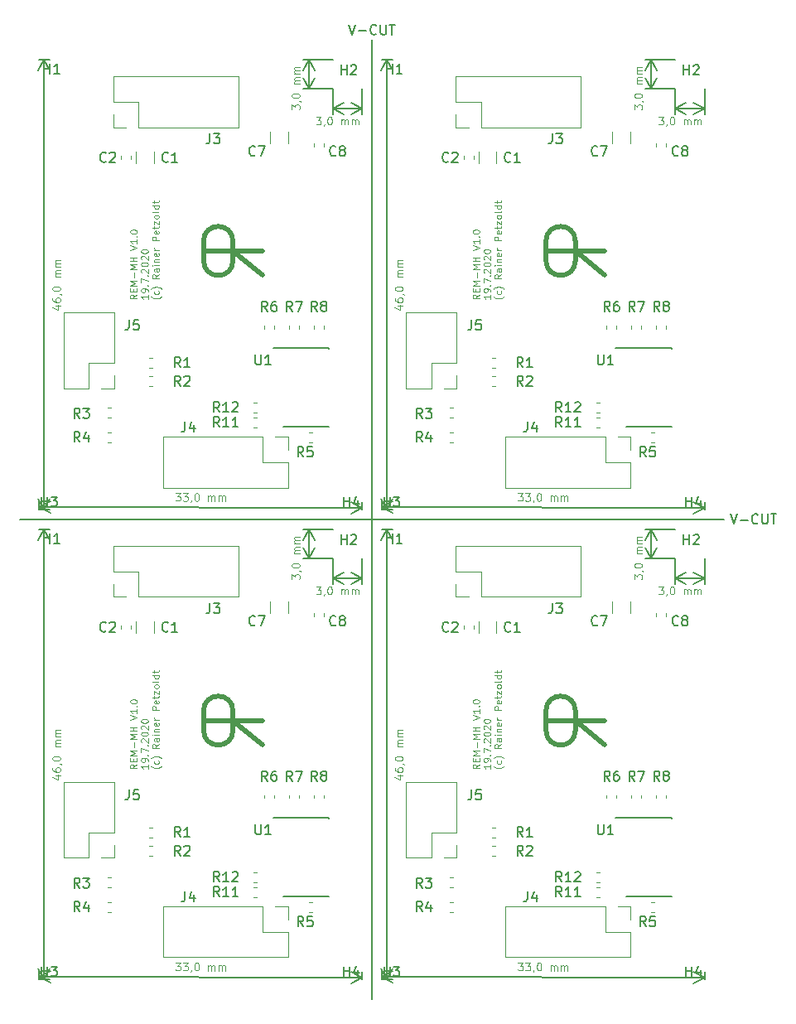
<source format=gto>
%TF.GenerationSoftware,KiCad,Pcbnew,(5.1.5)-3*%
%TF.CreationDate,2020-07-19T12:12:02+02:00*%
%TF.ProjectId,REM-MH_4,52454d2d-4d48-45f3-942e-6b696361645f,V1.0*%
%TF.SameCoordinates,Original*%
%TF.FileFunction,Legend,Top*%
%TF.FilePolarity,Positive*%
%FSLAX46Y46*%
G04 Gerber Fmt 4.6, Leading zero omitted, Abs format (unit mm)*
G04 Created by KiCad (PCBNEW (5.1.5)-3) date 2020-07-19 12:12:02*
%MOMM*%
%LPD*%
G04 APERTURE LIST*
%ADD10C,0.150000*%
%ADD11C,0.100000*%
%ADD12C,0.070000*%
%ADD13C,0.120000*%
%ADD14C,0.500000*%
G04 APERTURE END LIST*
D10*
X130642857Y-100452380D02*
X130976190Y-101452380D01*
X131309523Y-100452380D01*
X131642857Y-101071428D02*
X132404761Y-101071428D01*
X133452380Y-101357142D02*
X133404761Y-101404761D01*
X133261904Y-101452380D01*
X133166666Y-101452380D01*
X133023809Y-101404761D01*
X132928571Y-101309523D01*
X132880952Y-101214285D01*
X132833333Y-101023809D01*
X132833333Y-100880952D01*
X132880952Y-100690476D01*
X132928571Y-100595238D01*
X133023809Y-100500000D01*
X133166666Y-100452380D01*
X133261904Y-100452380D01*
X133404761Y-100500000D01*
X133452380Y-100547619D01*
X133880952Y-100452380D02*
X133880952Y-101261904D01*
X133928571Y-101357142D01*
X133976190Y-101404761D01*
X134071428Y-101452380D01*
X134261904Y-101452380D01*
X134357142Y-101404761D01*
X134404761Y-101357142D01*
X134452380Y-101261904D01*
X134452380Y-100452380D01*
X134785714Y-100452380D02*
X135357142Y-100452380D01*
X135071428Y-101452380D02*
X135071428Y-100452380D01*
X91642857Y-50452380D02*
X91976190Y-51452380D01*
X92309523Y-50452380D01*
X92642857Y-51071428D02*
X93404761Y-51071428D01*
X94452380Y-51357142D02*
X94404761Y-51404761D01*
X94261904Y-51452380D01*
X94166666Y-51452380D01*
X94023809Y-51404761D01*
X93928571Y-51309523D01*
X93880952Y-51214285D01*
X93833333Y-51023809D01*
X93833333Y-50880952D01*
X93880952Y-50690476D01*
X93928571Y-50595238D01*
X94023809Y-50500000D01*
X94166666Y-50452380D01*
X94261904Y-50452380D01*
X94404761Y-50500000D01*
X94452380Y-50547619D01*
X94880952Y-50452380D02*
X94880952Y-51261904D01*
X94928571Y-51357142D01*
X94976190Y-51404761D01*
X95071428Y-51452380D01*
X95261904Y-51452380D01*
X95357142Y-51404761D01*
X95404761Y-51357142D01*
X95452380Y-51261904D01*
X95452380Y-50452380D01*
X95785714Y-50452380D02*
X96357142Y-50452380D01*
X96071428Y-51452380D02*
X96071428Y-50452380D01*
X94000000Y-150000000D02*
X94000000Y-52000000D01*
X130000000Y-101000000D02*
X58000000Y-101000000D01*
D11*
X61628571Y-127171428D02*
X62161904Y-127171428D01*
X61323809Y-127361904D02*
X61895238Y-127552380D01*
X61895238Y-127057142D01*
X61361904Y-126409523D02*
X61361904Y-126561904D01*
X61400000Y-126638095D01*
X61438095Y-126676190D01*
X61552380Y-126752380D01*
X61704761Y-126790476D01*
X62009523Y-126790476D01*
X62085714Y-126752380D01*
X62123809Y-126714285D01*
X62161904Y-126638095D01*
X62161904Y-126485714D01*
X62123809Y-126409523D01*
X62085714Y-126371428D01*
X62009523Y-126333333D01*
X61819047Y-126333333D01*
X61742857Y-126371428D01*
X61704761Y-126409523D01*
X61666666Y-126485714D01*
X61666666Y-126638095D01*
X61704761Y-126714285D01*
X61742857Y-126752380D01*
X61819047Y-126790476D01*
X62123809Y-125952380D02*
X62161904Y-125952380D01*
X62238095Y-125990476D01*
X62276190Y-126028571D01*
X61361904Y-125457142D02*
X61361904Y-125380952D01*
X61400000Y-125304761D01*
X61438095Y-125266666D01*
X61514285Y-125228571D01*
X61666666Y-125190476D01*
X61857142Y-125190476D01*
X62009523Y-125228571D01*
X62085714Y-125266666D01*
X62123809Y-125304761D01*
X62161904Y-125380952D01*
X62161904Y-125457142D01*
X62123809Y-125533333D01*
X62085714Y-125571428D01*
X62009523Y-125609523D01*
X61857142Y-125647619D01*
X61666666Y-125647619D01*
X61514285Y-125609523D01*
X61438095Y-125571428D01*
X61400000Y-125533333D01*
X61361904Y-125457142D01*
X62161904Y-124238095D02*
X61628571Y-124238095D01*
X61704761Y-124238095D02*
X61666666Y-124200000D01*
X61628571Y-124123809D01*
X61628571Y-124009523D01*
X61666666Y-123933333D01*
X61742857Y-123895238D01*
X62161904Y-123895238D01*
X61742857Y-123895238D02*
X61666666Y-123857142D01*
X61628571Y-123780952D01*
X61628571Y-123666666D01*
X61666666Y-123590476D01*
X61742857Y-123552380D01*
X62161904Y-123552380D01*
X62161904Y-123171428D02*
X61628571Y-123171428D01*
X61704761Y-123171428D02*
X61666666Y-123133333D01*
X61628571Y-123057142D01*
X61628571Y-122942857D01*
X61666666Y-122866666D01*
X61742857Y-122828571D01*
X62161904Y-122828571D01*
X61742857Y-122828571D02*
X61666666Y-122790476D01*
X61628571Y-122714285D01*
X61628571Y-122600000D01*
X61666666Y-122523809D01*
X61742857Y-122485714D01*
X62161904Y-122485714D01*
D10*
X60500000Y-148000000D02*
X60500000Y-102000000D01*
X60000000Y-148000000D02*
X61086421Y-148000000D01*
X60000000Y-102000000D02*
X61086421Y-102000000D01*
X60500000Y-102000000D02*
X61086421Y-103126504D01*
X60500000Y-102000000D02*
X59913579Y-103126504D01*
X60500000Y-148000000D02*
X61086421Y-146873496D01*
X60500000Y-148000000D02*
X59913579Y-146873496D01*
D11*
X73914718Y-146298328D02*
X74409953Y-146300057D01*
X74142225Y-146603886D01*
X74256510Y-146604285D01*
X74332567Y-146642646D01*
X74370529Y-146680874D01*
X74408358Y-146757197D01*
X74407693Y-146947672D01*
X74369332Y-147023729D01*
X74331104Y-147061691D01*
X74254781Y-147099520D01*
X74026211Y-147098723D01*
X73950154Y-147060362D01*
X73912192Y-147022134D01*
X74676618Y-146300988D02*
X75171854Y-146302717D01*
X74904125Y-146606546D01*
X75018410Y-146606945D01*
X75094467Y-146645306D01*
X75132429Y-146683534D01*
X75170258Y-146759857D01*
X75169593Y-146950332D01*
X75131232Y-147026389D01*
X75093004Y-147064351D01*
X75016681Y-147102180D01*
X74788111Y-147101382D01*
X74712054Y-147063021D01*
X74674092Y-147024793D01*
X75550144Y-147065947D02*
X75550011Y-147104042D01*
X75511650Y-147180099D01*
X75473422Y-147218061D01*
X76048039Y-146305775D02*
X76124229Y-146306041D01*
X76200286Y-146344402D01*
X76238248Y-146382630D01*
X76276077Y-146458953D01*
X76313640Y-146611466D01*
X76312975Y-146801941D01*
X76274348Y-146954188D01*
X76235987Y-147030245D01*
X76197759Y-147068207D01*
X76121436Y-147106036D01*
X76045246Y-147105770D01*
X75969189Y-147067409D01*
X75931227Y-147029181D01*
X75893398Y-146952858D01*
X75855835Y-146800345D01*
X75856500Y-146609870D01*
X75895127Y-146457623D01*
X75933488Y-146381566D01*
X75971716Y-146343604D01*
X76048039Y-146305775D01*
X77264286Y-147110026D02*
X77266148Y-146576696D01*
X77265882Y-146652886D02*
X77304110Y-146614924D01*
X77380433Y-146577094D01*
X77494718Y-146577493D01*
X77570775Y-146615854D01*
X77608604Y-146692177D01*
X77607141Y-147111222D01*
X77608604Y-146692177D02*
X77646965Y-146616120D01*
X77723288Y-146578291D01*
X77837573Y-146578690D01*
X77913630Y-146617051D01*
X77951459Y-146693374D01*
X77949996Y-147112419D01*
X78330947Y-147113749D02*
X78332808Y-146580419D01*
X78332542Y-146656609D02*
X78370770Y-146618647D01*
X78447093Y-146580818D01*
X78561378Y-146581217D01*
X78637435Y-146619578D01*
X78675264Y-146695901D01*
X78673802Y-147114946D01*
X78675264Y-146695901D02*
X78713625Y-146619844D01*
X78789948Y-146582015D01*
X78904233Y-146582414D01*
X78980290Y-146620774D01*
X79018119Y-146697097D01*
X79016657Y-147116143D01*
D10*
X60000468Y-147745459D02*
X93000468Y-147845459D01*
X60000000Y-147900000D02*
X60002245Y-147159041D01*
X93000000Y-148000000D02*
X93002245Y-147259041D01*
X93000468Y-147845459D02*
X91872192Y-148428463D01*
X93000468Y-147845459D02*
X91875746Y-147255627D01*
X60000468Y-147745459D02*
X61125190Y-148335291D01*
X60000468Y-147745459D02*
X61128744Y-147162455D01*
D12*
X69991666Y-126027833D02*
X69658333Y-126261166D01*
X69991666Y-126427833D02*
X69291666Y-126427833D01*
X69291666Y-126161166D01*
X69325000Y-126094500D01*
X69358333Y-126061166D01*
X69425000Y-126027833D01*
X69525000Y-126027833D01*
X69591666Y-126061166D01*
X69625000Y-126094500D01*
X69658333Y-126161166D01*
X69658333Y-126427833D01*
X69625000Y-125727833D02*
X69625000Y-125494500D01*
X69991666Y-125394500D02*
X69991666Y-125727833D01*
X69291666Y-125727833D01*
X69291666Y-125394500D01*
X69991666Y-125094500D02*
X69291666Y-125094500D01*
X69791666Y-124861166D01*
X69291666Y-124627833D01*
X69991666Y-124627833D01*
X69725000Y-124294500D02*
X69725000Y-123761166D01*
X69991666Y-123427833D02*
X69291666Y-123427833D01*
X69791666Y-123194500D01*
X69291666Y-122961166D01*
X69991666Y-122961166D01*
X69991666Y-122627833D02*
X69291666Y-122627833D01*
X69625000Y-122627833D02*
X69625000Y-122227833D01*
X69991666Y-122227833D02*
X69291666Y-122227833D01*
X69291666Y-121461166D02*
X69991666Y-121227833D01*
X69291666Y-120994500D01*
X69991666Y-120394500D02*
X69991666Y-120794500D01*
X69991666Y-120594500D02*
X69291666Y-120594500D01*
X69391666Y-120661166D01*
X69458333Y-120727833D01*
X69491666Y-120794500D01*
X69925000Y-120094500D02*
X69958333Y-120061166D01*
X69991666Y-120094500D01*
X69958333Y-120127833D01*
X69925000Y-120094500D01*
X69991666Y-120094500D01*
X69291666Y-119627833D02*
X69291666Y-119561166D01*
X69325000Y-119494500D01*
X69358333Y-119461166D01*
X69425000Y-119427833D01*
X69558333Y-119394500D01*
X69725000Y-119394500D01*
X69858333Y-119427833D01*
X69925000Y-119461166D01*
X69958333Y-119494500D01*
X69991666Y-119561166D01*
X69991666Y-119627833D01*
X69958333Y-119694500D01*
X69925000Y-119727833D01*
X69858333Y-119761166D01*
X69725000Y-119794500D01*
X69558333Y-119794500D01*
X69425000Y-119761166D01*
X69358333Y-119727833D01*
X69325000Y-119694500D01*
X69291666Y-119627833D01*
X71111666Y-126061166D02*
X71111666Y-126461166D01*
X71111666Y-126261166D02*
X70411666Y-126261166D01*
X70511666Y-126327833D01*
X70578333Y-126394500D01*
X70611666Y-126461166D01*
X71111666Y-125727833D02*
X71111666Y-125594500D01*
X71078333Y-125527833D01*
X71045000Y-125494500D01*
X70945000Y-125427833D01*
X70811666Y-125394500D01*
X70545000Y-125394500D01*
X70478333Y-125427833D01*
X70445000Y-125461166D01*
X70411666Y-125527833D01*
X70411666Y-125661166D01*
X70445000Y-125727833D01*
X70478333Y-125761166D01*
X70545000Y-125794500D01*
X70711666Y-125794500D01*
X70778333Y-125761166D01*
X70811666Y-125727833D01*
X70845000Y-125661166D01*
X70845000Y-125527833D01*
X70811666Y-125461166D01*
X70778333Y-125427833D01*
X70711666Y-125394500D01*
X71045000Y-125094500D02*
X71078333Y-125061166D01*
X71111666Y-125094500D01*
X71078333Y-125127833D01*
X71045000Y-125094500D01*
X71111666Y-125094500D01*
X70411666Y-124827833D02*
X70411666Y-124361166D01*
X71111666Y-124661166D01*
X71045000Y-124094500D02*
X71078333Y-124061166D01*
X71111666Y-124094500D01*
X71078333Y-124127833D01*
X71045000Y-124094500D01*
X71111666Y-124094500D01*
X70478333Y-123794500D02*
X70445000Y-123761166D01*
X70411666Y-123694500D01*
X70411666Y-123527833D01*
X70445000Y-123461166D01*
X70478333Y-123427833D01*
X70545000Y-123394500D01*
X70611666Y-123394500D01*
X70711666Y-123427833D01*
X71111666Y-123827833D01*
X71111666Y-123394500D01*
X70411666Y-122961166D02*
X70411666Y-122894500D01*
X70445000Y-122827833D01*
X70478333Y-122794500D01*
X70545000Y-122761166D01*
X70678333Y-122727833D01*
X70845000Y-122727833D01*
X70978333Y-122761166D01*
X71045000Y-122794500D01*
X71078333Y-122827833D01*
X71111666Y-122894500D01*
X71111666Y-122961166D01*
X71078333Y-123027833D01*
X71045000Y-123061166D01*
X70978333Y-123094500D01*
X70845000Y-123127833D01*
X70678333Y-123127833D01*
X70545000Y-123094500D01*
X70478333Y-123061166D01*
X70445000Y-123027833D01*
X70411666Y-122961166D01*
X70478333Y-122461166D02*
X70445000Y-122427833D01*
X70411666Y-122361166D01*
X70411666Y-122194500D01*
X70445000Y-122127833D01*
X70478333Y-122094500D01*
X70545000Y-122061166D01*
X70611666Y-122061166D01*
X70711666Y-122094500D01*
X71111666Y-122494500D01*
X71111666Y-122061166D01*
X70411666Y-121627833D02*
X70411666Y-121561166D01*
X70445000Y-121494500D01*
X70478333Y-121461166D01*
X70545000Y-121427833D01*
X70678333Y-121394500D01*
X70845000Y-121394500D01*
X70978333Y-121427833D01*
X71045000Y-121461166D01*
X71078333Y-121494500D01*
X71111666Y-121561166D01*
X71111666Y-121627833D01*
X71078333Y-121694500D01*
X71045000Y-121727833D01*
X70978333Y-121761166D01*
X70845000Y-121794500D01*
X70678333Y-121794500D01*
X70545000Y-121761166D01*
X70478333Y-121727833D01*
X70445000Y-121694500D01*
X70411666Y-121627833D01*
X72498333Y-126227833D02*
X72465000Y-126261166D01*
X72365000Y-126327833D01*
X72298333Y-126361166D01*
X72198333Y-126394500D01*
X72031666Y-126427833D01*
X71898333Y-126427833D01*
X71731666Y-126394500D01*
X71631666Y-126361166D01*
X71565000Y-126327833D01*
X71465000Y-126261166D01*
X71431666Y-126227833D01*
X72198333Y-125661166D02*
X72231666Y-125727833D01*
X72231666Y-125861166D01*
X72198333Y-125927833D01*
X72165000Y-125961166D01*
X72098333Y-125994500D01*
X71898333Y-125994500D01*
X71831666Y-125961166D01*
X71798333Y-125927833D01*
X71765000Y-125861166D01*
X71765000Y-125727833D01*
X71798333Y-125661166D01*
X72498333Y-125427833D02*
X72465000Y-125394500D01*
X72365000Y-125327833D01*
X72298333Y-125294500D01*
X72198333Y-125261166D01*
X72031666Y-125227833D01*
X71898333Y-125227833D01*
X71731666Y-125261166D01*
X71631666Y-125294500D01*
X71565000Y-125327833D01*
X71465000Y-125394500D01*
X71431666Y-125427833D01*
X72231666Y-123961166D02*
X71898333Y-124194500D01*
X72231666Y-124361166D02*
X71531666Y-124361166D01*
X71531666Y-124094500D01*
X71565000Y-124027833D01*
X71598333Y-123994500D01*
X71665000Y-123961166D01*
X71765000Y-123961166D01*
X71831666Y-123994500D01*
X71865000Y-124027833D01*
X71898333Y-124094500D01*
X71898333Y-124361166D01*
X72231666Y-123361166D02*
X71865000Y-123361166D01*
X71798333Y-123394500D01*
X71765000Y-123461166D01*
X71765000Y-123594500D01*
X71798333Y-123661166D01*
X72198333Y-123361166D02*
X72231666Y-123427833D01*
X72231666Y-123594500D01*
X72198333Y-123661166D01*
X72131666Y-123694500D01*
X72065000Y-123694500D01*
X71998333Y-123661166D01*
X71965000Y-123594500D01*
X71965000Y-123427833D01*
X71931666Y-123361166D01*
X72231666Y-123027833D02*
X71765000Y-123027833D01*
X71531666Y-123027833D02*
X71565000Y-123061166D01*
X71598333Y-123027833D01*
X71565000Y-122994500D01*
X71531666Y-123027833D01*
X71598333Y-123027833D01*
X71765000Y-122694500D02*
X72231666Y-122694500D01*
X71831666Y-122694500D02*
X71798333Y-122661166D01*
X71765000Y-122594500D01*
X71765000Y-122494500D01*
X71798333Y-122427833D01*
X71865000Y-122394500D01*
X72231666Y-122394500D01*
X72198333Y-121794500D02*
X72231666Y-121861166D01*
X72231666Y-121994500D01*
X72198333Y-122061166D01*
X72131666Y-122094500D01*
X71865000Y-122094500D01*
X71798333Y-122061166D01*
X71765000Y-121994500D01*
X71765000Y-121861166D01*
X71798333Y-121794500D01*
X71865000Y-121761166D01*
X71931666Y-121761166D01*
X71998333Y-122094500D01*
X72231666Y-121461166D02*
X71765000Y-121461166D01*
X71898333Y-121461166D02*
X71831666Y-121427833D01*
X71798333Y-121394500D01*
X71765000Y-121327833D01*
X71765000Y-121261166D01*
X72231666Y-120494500D02*
X71531666Y-120494500D01*
X71531666Y-120227833D01*
X71565000Y-120161166D01*
X71598333Y-120127833D01*
X71665000Y-120094500D01*
X71765000Y-120094500D01*
X71831666Y-120127833D01*
X71865000Y-120161166D01*
X71898333Y-120227833D01*
X71898333Y-120494500D01*
X72198333Y-119527833D02*
X72231666Y-119594500D01*
X72231666Y-119727833D01*
X72198333Y-119794500D01*
X72131666Y-119827833D01*
X71865000Y-119827833D01*
X71798333Y-119794500D01*
X71765000Y-119727833D01*
X71765000Y-119594500D01*
X71798333Y-119527833D01*
X71865000Y-119494500D01*
X71931666Y-119494500D01*
X71998333Y-119827833D01*
X71765000Y-119294500D02*
X71765000Y-119027833D01*
X71531666Y-119194500D02*
X72131666Y-119194500D01*
X72198333Y-119161166D01*
X72231666Y-119094500D01*
X72231666Y-119027833D01*
X71765000Y-118861166D02*
X71765000Y-118494500D01*
X72231666Y-118861166D01*
X72231666Y-118494500D01*
X72231666Y-118127833D02*
X72198333Y-118194500D01*
X72165000Y-118227833D01*
X72098333Y-118261166D01*
X71898333Y-118261166D01*
X71831666Y-118227833D01*
X71798333Y-118194500D01*
X71765000Y-118127833D01*
X71765000Y-118027833D01*
X71798333Y-117961166D01*
X71831666Y-117927833D01*
X71898333Y-117894500D01*
X72098333Y-117894500D01*
X72165000Y-117927833D01*
X72198333Y-117961166D01*
X72231666Y-118027833D01*
X72231666Y-118127833D01*
X72231666Y-117494500D02*
X72198333Y-117561166D01*
X72131666Y-117594500D01*
X71531666Y-117594500D01*
X72231666Y-116927833D02*
X71531666Y-116927833D01*
X72198333Y-116927833D02*
X72231666Y-116994500D01*
X72231666Y-117127833D01*
X72198333Y-117194500D01*
X72165000Y-117227833D01*
X72098333Y-117261166D01*
X71898333Y-117261166D01*
X71831666Y-117227833D01*
X71798333Y-117194500D01*
X71765000Y-117127833D01*
X71765000Y-116994500D01*
X71798333Y-116927833D01*
X71765000Y-116694500D02*
X71765000Y-116427833D01*
X71531666Y-116594500D02*
X72131666Y-116594500D01*
X72198333Y-116561166D01*
X72231666Y-116494500D01*
X72231666Y-116427833D01*
X104991666Y-126027833D02*
X104658333Y-126261166D01*
X104991666Y-126427833D02*
X104291666Y-126427833D01*
X104291666Y-126161166D01*
X104325000Y-126094500D01*
X104358333Y-126061166D01*
X104425000Y-126027833D01*
X104525000Y-126027833D01*
X104591666Y-126061166D01*
X104625000Y-126094500D01*
X104658333Y-126161166D01*
X104658333Y-126427833D01*
X104625000Y-125727833D02*
X104625000Y-125494500D01*
X104991666Y-125394500D02*
X104991666Y-125727833D01*
X104291666Y-125727833D01*
X104291666Y-125394500D01*
X104991666Y-125094500D02*
X104291666Y-125094500D01*
X104791666Y-124861166D01*
X104291666Y-124627833D01*
X104991666Y-124627833D01*
X104725000Y-124294500D02*
X104725000Y-123761166D01*
X104991666Y-123427833D02*
X104291666Y-123427833D01*
X104791666Y-123194500D01*
X104291666Y-122961166D01*
X104991666Y-122961166D01*
X104991666Y-122627833D02*
X104291666Y-122627833D01*
X104625000Y-122627833D02*
X104625000Y-122227833D01*
X104991666Y-122227833D02*
X104291666Y-122227833D01*
X104291666Y-121461166D02*
X104991666Y-121227833D01*
X104291666Y-120994500D01*
X104991666Y-120394500D02*
X104991666Y-120794500D01*
X104991666Y-120594500D02*
X104291666Y-120594500D01*
X104391666Y-120661166D01*
X104458333Y-120727833D01*
X104491666Y-120794500D01*
X104925000Y-120094500D02*
X104958333Y-120061166D01*
X104991666Y-120094500D01*
X104958333Y-120127833D01*
X104925000Y-120094500D01*
X104991666Y-120094500D01*
X104291666Y-119627833D02*
X104291666Y-119561166D01*
X104325000Y-119494500D01*
X104358333Y-119461166D01*
X104425000Y-119427833D01*
X104558333Y-119394500D01*
X104725000Y-119394500D01*
X104858333Y-119427833D01*
X104925000Y-119461166D01*
X104958333Y-119494500D01*
X104991666Y-119561166D01*
X104991666Y-119627833D01*
X104958333Y-119694500D01*
X104925000Y-119727833D01*
X104858333Y-119761166D01*
X104725000Y-119794500D01*
X104558333Y-119794500D01*
X104425000Y-119761166D01*
X104358333Y-119727833D01*
X104325000Y-119694500D01*
X104291666Y-119627833D01*
X106111666Y-126061166D02*
X106111666Y-126461166D01*
X106111666Y-126261166D02*
X105411666Y-126261166D01*
X105511666Y-126327833D01*
X105578333Y-126394500D01*
X105611666Y-126461166D01*
X106111666Y-125727833D02*
X106111666Y-125594500D01*
X106078333Y-125527833D01*
X106045000Y-125494500D01*
X105945000Y-125427833D01*
X105811666Y-125394500D01*
X105545000Y-125394500D01*
X105478333Y-125427833D01*
X105445000Y-125461166D01*
X105411666Y-125527833D01*
X105411666Y-125661166D01*
X105445000Y-125727833D01*
X105478333Y-125761166D01*
X105545000Y-125794500D01*
X105711666Y-125794500D01*
X105778333Y-125761166D01*
X105811666Y-125727833D01*
X105845000Y-125661166D01*
X105845000Y-125527833D01*
X105811666Y-125461166D01*
X105778333Y-125427833D01*
X105711666Y-125394500D01*
X106045000Y-125094500D02*
X106078333Y-125061166D01*
X106111666Y-125094500D01*
X106078333Y-125127833D01*
X106045000Y-125094500D01*
X106111666Y-125094500D01*
X105411666Y-124827833D02*
X105411666Y-124361166D01*
X106111666Y-124661166D01*
X106045000Y-124094500D02*
X106078333Y-124061166D01*
X106111666Y-124094500D01*
X106078333Y-124127833D01*
X106045000Y-124094500D01*
X106111666Y-124094500D01*
X105478333Y-123794500D02*
X105445000Y-123761166D01*
X105411666Y-123694500D01*
X105411666Y-123527833D01*
X105445000Y-123461166D01*
X105478333Y-123427833D01*
X105545000Y-123394500D01*
X105611666Y-123394500D01*
X105711666Y-123427833D01*
X106111666Y-123827833D01*
X106111666Y-123394500D01*
X105411666Y-122961166D02*
X105411666Y-122894500D01*
X105445000Y-122827833D01*
X105478333Y-122794500D01*
X105545000Y-122761166D01*
X105678333Y-122727833D01*
X105845000Y-122727833D01*
X105978333Y-122761166D01*
X106045000Y-122794500D01*
X106078333Y-122827833D01*
X106111666Y-122894500D01*
X106111666Y-122961166D01*
X106078333Y-123027833D01*
X106045000Y-123061166D01*
X105978333Y-123094500D01*
X105845000Y-123127833D01*
X105678333Y-123127833D01*
X105545000Y-123094500D01*
X105478333Y-123061166D01*
X105445000Y-123027833D01*
X105411666Y-122961166D01*
X105478333Y-122461166D02*
X105445000Y-122427833D01*
X105411666Y-122361166D01*
X105411666Y-122194500D01*
X105445000Y-122127833D01*
X105478333Y-122094500D01*
X105545000Y-122061166D01*
X105611666Y-122061166D01*
X105711666Y-122094500D01*
X106111666Y-122494500D01*
X106111666Y-122061166D01*
X105411666Y-121627833D02*
X105411666Y-121561166D01*
X105445000Y-121494500D01*
X105478333Y-121461166D01*
X105545000Y-121427833D01*
X105678333Y-121394500D01*
X105845000Y-121394500D01*
X105978333Y-121427833D01*
X106045000Y-121461166D01*
X106078333Y-121494500D01*
X106111666Y-121561166D01*
X106111666Y-121627833D01*
X106078333Y-121694500D01*
X106045000Y-121727833D01*
X105978333Y-121761166D01*
X105845000Y-121794500D01*
X105678333Y-121794500D01*
X105545000Y-121761166D01*
X105478333Y-121727833D01*
X105445000Y-121694500D01*
X105411666Y-121627833D01*
X107498333Y-126227833D02*
X107465000Y-126261166D01*
X107365000Y-126327833D01*
X107298333Y-126361166D01*
X107198333Y-126394500D01*
X107031666Y-126427833D01*
X106898333Y-126427833D01*
X106731666Y-126394500D01*
X106631666Y-126361166D01*
X106565000Y-126327833D01*
X106465000Y-126261166D01*
X106431666Y-126227833D01*
X107198333Y-125661166D02*
X107231666Y-125727833D01*
X107231666Y-125861166D01*
X107198333Y-125927833D01*
X107165000Y-125961166D01*
X107098333Y-125994500D01*
X106898333Y-125994500D01*
X106831666Y-125961166D01*
X106798333Y-125927833D01*
X106765000Y-125861166D01*
X106765000Y-125727833D01*
X106798333Y-125661166D01*
X107498333Y-125427833D02*
X107465000Y-125394500D01*
X107365000Y-125327833D01*
X107298333Y-125294500D01*
X107198333Y-125261166D01*
X107031666Y-125227833D01*
X106898333Y-125227833D01*
X106731666Y-125261166D01*
X106631666Y-125294500D01*
X106565000Y-125327833D01*
X106465000Y-125394500D01*
X106431666Y-125427833D01*
X107231666Y-123961166D02*
X106898333Y-124194500D01*
X107231666Y-124361166D02*
X106531666Y-124361166D01*
X106531666Y-124094500D01*
X106565000Y-124027833D01*
X106598333Y-123994500D01*
X106665000Y-123961166D01*
X106765000Y-123961166D01*
X106831666Y-123994500D01*
X106865000Y-124027833D01*
X106898333Y-124094500D01*
X106898333Y-124361166D01*
X107231666Y-123361166D02*
X106865000Y-123361166D01*
X106798333Y-123394500D01*
X106765000Y-123461166D01*
X106765000Y-123594500D01*
X106798333Y-123661166D01*
X107198333Y-123361166D02*
X107231666Y-123427833D01*
X107231666Y-123594500D01*
X107198333Y-123661166D01*
X107131666Y-123694500D01*
X107065000Y-123694500D01*
X106998333Y-123661166D01*
X106965000Y-123594500D01*
X106965000Y-123427833D01*
X106931666Y-123361166D01*
X107231666Y-123027833D02*
X106765000Y-123027833D01*
X106531666Y-123027833D02*
X106565000Y-123061166D01*
X106598333Y-123027833D01*
X106565000Y-122994500D01*
X106531666Y-123027833D01*
X106598333Y-123027833D01*
X106765000Y-122694500D02*
X107231666Y-122694500D01*
X106831666Y-122694500D02*
X106798333Y-122661166D01*
X106765000Y-122594500D01*
X106765000Y-122494500D01*
X106798333Y-122427833D01*
X106865000Y-122394500D01*
X107231666Y-122394500D01*
X107198333Y-121794500D02*
X107231666Y-121861166D01*
X107231666Y-121994500D01*
X107198333Y-122061166D01*
X107131666Y-122094500D01*
X106865000Y-122094500D01*
X106798333Y-122061166D01*
X106765000Y-121994500D01*
X106765000Y-121861166D01*
X106798333Y-121794500D01*
X106865000Y-121761166D01*
X106931666Y-121761166D01*
X106998333Y-122094500D01*
X107231666Y-121461166D02*
X106765000Y-121461166D01*
X106898333Y-121461166D02*
X106831666Y-121427833D01*
X106798333Y-121394500D01*
X106765000Y-121327833D01*
X106765000Y-121261166D01*
X107231666Y-120494500D02*
X106531666Y-120494500D01*
X106531666Y-120227833D01*
X106565000Y-120161166D01*
X106598333Y-120127833D01*
X106665000Y-120094500D01*
X106765000Y-120094500D01*
X106831666Y-120127833D01*
X106865000Y-120161166D01*
X106898333Y-120227833D01*
X106898333Y-120494500D01*
X107198333Y-119527833D02*
X107231666Y-119594500D01*
X107231666Y-119727833D01*
X107198333Y-119794500D01*
X107131666Y-119827833D01*
X106865000Y-119827833D01*
X106798333Y-119794500D01*
X106765000Y-119727833D01*
X106765000Y-119594500D01*
X106798333Y-119527833D01*
X106865000Y-119494500D01*
X106931666Y-119494500D01*
X106998333Y-119827833D01*
X106765000Y-119294500D02*
X106765000Y-119027833D01*
X106531666Y-119194500D02*
X107131666Y-119194500D01*
X107198333Y-119161166D01*
X107231666Y-119094500D01*
X107231666Y-119027833D01*
X106765000Y-118861166D02*
X106765000Y-118494500D01*
X107231666Y-118861166D01*
X107231666Y-118494500D01*
X107231666Y-118127833D02*
X107198333Y-118194500D01*
X107165000Y-118227833D01*
X107098333Y-118261166D01*
X106898333Y-118261166D01*
X106831666Y-118227833D01*
X106798333Y-118194500D01*
X106765000Y-118127833D01*
X106765000Y-118027833D01*
X106798333Y-117961166D01*
X106831666Y-117927833D01*
X106898333Y-117894500D01*
X107098333Y-117894500D01*
X107165000Y-117927833D01*
X107198333Y-117961166D01*
X107231666Y-118027833D01*
X107231666Y-118127833D01*
X107231666Y-117494500D02*
X107198333Y-117561166D01*
X107131666Y-117594500D01*
X106531666Y-117594500D01*
X107231666Y-116927833D02*
X106531666Y-116927833D01*
X107198333Y-116927833D02*
X107231666Y-116994500D01*
X107231666Y-117127833D01*
X107198333Y-117194500D01*
X107165000Y-117227833D01*
X107098333Y-117261166D01*
X106898333Y-117261166D01*
X106831666Y-117227833D01*
X106798333Y-117194500D01*
X106765000Y-117127833D01*
X106765000Y-116994500D01*
X106798333Y-116927833D01*
X106765000Y-116694500D02*
X106765000Y-116427833D01*
X106531666Y-116594500D02*
X107131666Y-116594500D01*
X107198333Y-116561166D01*
X107231666Y-116494500D01*
X107231666Y-116427833D01*
D11*
X96628571Y-127171428D02*
X97161904Y-127171428D01*
X96323809Y-127361904D02*
X96895238Y-127552380D01*
X96895238Y-127057142D01*
X96361904Y-126409523D02*
X96361904Y-126561904D01*
X96400000Y-126638095D01*
X96438095Y-126676190D01*
X96552380Y-126752380D01*
X96704761Y-126790476D01*
X97009523Y-126790476D01*
X97085714Y-126752380D01*
X97123809Y-126714285D01*
X97161904Y-126638095D01*
X97161904Y-126485714D01*
X97123809Y-126409523D01*
X97085714Y-126371428D01*
X97009523Y-126333333D01*
X96819047Y-126333333D01*
X96742857Y-126371428D01*
X96704761Y-126409523D01*
X96666666Y-126485714D01*
X96666666Y-126638095D01*
X96704761Y-126714285D01*
X96742857Y-126752380D01*
X96819047Y-126790476D01*
X97123809Y-125952380D02*
X97161904Y-125952380D01*
X97238095Y-125990476D01*
X97276190Y-126028571D01*
X96361904Y-125457142D02*
X96361904Y-125380952D01*
X96400000Y-125304761D01*
X96438095Y-125266666D01*
X96514285Y-125228571D01*
X96666666Y-125190476D01*
X96857142Y-125190476D01*
X97009523Y-125228571D01*
X97085714Y-125266666D01*
X97123809Y-125304761D01*
X97161904Y-125380952D01*
X97161904Y-125457142D01*
X97123809Y-125533333D01*
X97085714Y-125571428D01*
X97009523Y-125609523D01*
X96857142Y-125647619D01*
X96666666Y-125647619D01*
X96514285Y-125609523D01*
X96438095Y-125571428D01*
X96400000Y-125533333D01*
X96361904Y-125457142D01*
X97161904Y-124238095D02*
X96628571Y-124238095D01*
X96704761Y-124238095D02*
X96666666Y-124200000D01*
X96628571Y-124123809D01*
X96628571Y-124009523D01*
X96666666Y-123933333D01*
X96742857Y-123895238D01*
X97161904Y-123895238D01*
X96742857Y-123895238D02*
X96666666Y-123857142D01*
X96628571Y-123780952D01*
X96628571Y-123666666D01*
X96666666Y-123590476D01*
X96742857Y-123552380D01*
X97161904Y-123552380D01*
X97161904Y-123171428D02*
X96628571Y-123171428D01*
X96704761Y-123171428D02*
X96666666Y-123133333D01*
X96628571Y-123057142D01*
X96628571Y-122942857D01*
X96666666Y-122866666D01*
X96742857Y-122828571D01*
X97161904Y-122828571D01*
X96742857Y-122828571D02*
X96666666Y-122790476D01*
X96628571Y-122714285D01*
X96628571Y-122600000D01*
X96666666Y-122523809D01*
X96742857Y-122485714D01*
X97161904Y-122485714D01*
D10*
X95500000Y-148000000D02*
X95500000Y-102000000D01*
X95000000Y-148000000D02*
X96086421Y-148000000D01*
X95000000Y-102000000D02*
X96086421Y-102000000D01*
X95500000Y-102000000D02*
X96086421Y-103126504D01*
X95500000Y-102000000D02*
X94913579Y-103126504D01*
X95500000Y-148000000D02*
X96086421Y-146873496D01*
X95500000Y-148000000D02*
X94913579Y-146873496D01*
D11*
X120811904Y-107098333D02*
X120811904Y-106603095D01*
X121116666Y-106869761D01*
X121116666Y-106755476D01*
X121154761Y-106679285D01*
X121192857Y-106641190D01*
X121269047Y-106603095D01*
X121459523Y-106603095D01*
X121535714Y-106641190D01*
X121573809Y-106679285D01*
X121611904Y-106755476D01*
X121611904Y-106984047D01*
X121573809Y-107060238D01*
X121535714Y-107098333D01*
X121573809Y-106222142D02*
X121611904Y-106222142D01*
X121688095Y-106260238D01*
X121726190Y-106298333D01*
X120811904Y-105726904D02*
X120811904Y-105650714D01*
X120850000Y-105574523D01*
X120888095Y-105536428D01*
X120964285Y-105498333D01*
X121116666Y-105460238D01*
X121307142Y-105460238D01*
X121459523Y-105498333D01*
X121535714Y-105536428D01*
X121573809Y-105574523D01*
X121611904Y-105650714D01*
X121611904Y-105726904D01*
X121573809Y-105803095D01*
X121535714Y-105841190D01*
X121459523Y-105879285D01*
X121307142Y-105917380D01*
X121116666Y-105917380D01*
X120964285Y-105879285D01*
X120888095Y-105841190D01*
X120850000Y-105803095D01*
X120811904Y-105726904D01*
X121611904Y-104507857D02*
X121078571Y-104507857D01*
X121154761Y-104507857D02*
X121116666Y-104469761D01*
X121078571Y-104393571D01*
X121078571Y-104279285D01*
X121116666Y-104203095D01*
X121192857Y-104165000D01*
X121611904Y-104165000D01*
X121192857Y-104165000D02*
X121116666Y-104126904D01*
X121078571Y-104050714D01*
X121078571Y-103936428D01*
X121116666Y-103860238D01*
X121192857Y-103822142D01*
X121611904Y-103822142D01*
X121611904Y-103441190D02*
X121078571Y-103441190D01*
X121154761Y-103441190D02*
X121116666Y-103403095D01*
X121078571Y-103326904D01*
X121078571Y-103212619D01*
X121116666Y-103136428D01*
X121192857Y-103098333D01*
X121611904Y-103098333D01*
X121192857Y-103098333D02*
X121116666Y-103060238D01*
X121078571Y-102984047D01*
X121078571Y-102869761D01*
X121116666Y-102793571D01*
X121192857Y-102755476D01*
X121611904Y-102755476D01*
D10*
X122550000Y-105000000D02*
X122550000Y-102000000D01*
X125000000Y-105000000D02*
X121963579Y-105000000D01*
X125000000Y-102000000D02*
X121963579Y-102000000D01*
X122550000Y-102000000D02*
X123136421Y-103126504D01*
X122550000Y-102000000D02*
X121963579Y-103126504D01*
X122550000Y-105000000D02*
X123136421Y-103873496D01*
X122550000Y-105000000D02*
X121963579Y-103873496D01*
D11*
X108914718Y-146298328D02*
X109409953Y-146300057D01*
X109142225Y-146603886D01*
X109256510Y-146604285D01*
X109332567Y-146642646D01*
X109370529Y-146680874D01*
X109408358Y-146757197D01*
X109407693Y-146947672D01*
X109369332Y-147023729D01*
X109331104Y-147061691D01*
X109254781Y-147099520D01*
X109026211Y-147098723D01*
X108950154Y-147060362D01*
X108912192Y-147022134D01*
X109676618Y-146300988D02*
X110171854Y-146302717D01*
X109904125Y-146606546D01*
X110018410Y-146606945D01*
X110094467Y-146645306D01*
X110132429Y-146683534D01*
X110170258Y-146759857D01*
X110169593Y-146950332D01*
X110131232Y-147026389D01*
X110093004Y-147064351D01*
X110016681Y-147102180D01*
X109788111Y-147101382D01*
X109712054Y-147063021D01*
X109674092Y-147024793D01*
X110550144Y-147065947D02*
X110550011Y-147104042D01*
X110511650Y-147180099D01*
X110473422Y-147218061D01*
X111048039Y-146305775D02*
X111124229Y-146306041D01*
X111200286Y-146344402D01*
X111238248Y-146382630D01*
X111276077Y-146458953D01*
X111313640Y-146611466D01*
X111312975Y-146801941D01*
X111274348Y-146954188D01*
X111235987Y-147030245D01*
X111197759Y-147068207D01*
X111121436Y-147106036D01*
X111045246Y-147105770D01*
X110969189Y-147067409D01*
X110931227Y-147029181D01*
X110893398Y-146952858D01*
X110855835Y-146800345D01*
X110856500Y-146609870D01*
X110895127Y-146457623D01*
X110933488Y-146381566D01*
X110971716Y-146343604D01*
X111048039Y-146305775D01*
X112264286Y-147110026D02*
X112266148Y-146576696D01*
X112265882Y-146652886D02*
X112304110Y-146614924D01*
X112380433Y-146577094D01*
X112494718Y-146577493D01*
X112570775Y-146615854D01*
X112608604Y-146692177D01*
X112607141Y-147111222D01*
X112608604Y-146692177D02*
X112646965Y-146616120D01*
X112723288Y-146578291D01*
X112837573Y-146578690D01*
X112913630Y-146617051D01*
X112951459Y-146693374D01*
X112949996Y-147112419D01*
X113330947Y-147113749D02*
X113332808Y-146580419D01*
X113332542Y-146656609D02*
X113370770Y-146618647D01*
X113447093Y-146580818D01*
X113561378Y-146581217D01*
X113637435Y-146619578D01*
X113675264Y-146695901D01*
X113673802Y-147114946D01*
X113675264Y-146695901D02*
X113713625Y-146619844D01*
X113789948Y-146582015D01*
X113904233Y-146582414D01*
X113980290Y-146620774D01*
X114018119Y-146697097D01*
X114016657Y-147116143D01*
D10*
X95000468Y-147745459D02*
X128000468Y-147845459D01*
X95000000Y-147900000D02*
X95002245Y-147159041D01*
X128000000Y-148000000D02*
X128002245Y-147259041D01*
X128000468Y-147845459D02*
X126872192Y-148428463D01*
X128000468Y-147845459D02*
X126875746Y-147255627D01*
X95000468Y-147745459D02*
X96125190Y-148335291D01*
X95000468Y-147745459D02*
X96128744Y-147162455D01*
D11*
X123290476Y-107861904D02*
X123785714Y-107861904D01*
X123519047Y-108166666D01*
X123633333Y-108166666D01*
X123709523Y-108204761D01*
X123747619Y-108242857D01*
X123785714Y-108319047D01*
X123785714Y-108509523D01*
X123747619Y-108585714D01*
X123709523Y-108623809D01*
X123633333Y-108661904D01*
X123404761Y-108661904D01*
X123328571Y-108623809D01*
X123290476Y-108585714D01*
X124166666Y-108623809D02*
X124166666Y-108661904D01*
X124128571Y-108738095D01*
X124090476Y-108776190D01*
X124661904Y-107861904D02*
X124738095Y-107861904D01*
X124814285Y-107900000D01*
X124852380Y-107938095D01*
X124890476Y-108014285D01*
X124928571Y-108166666D01*
X124928571Y-108357142D01*
X124890476Y-108509523D01*
X124852380Y-108585714D01*
X124814285Y-108623809D01*
X124738095Y-108661904D01*
X124661904Y-108661904D01*
X124585714Y-108623809D01*
X124547619Y-108585714D01*
X124509523Y-108509523D01*
X124471428Y-108357142D01*
X124471428Y-108166666D01*
X124509523Y-108014285D01*
X124547619Y-107938095D01*
X124585714Y-107900000D01*
X124661904Y-107861904D01*
X125880952Y-108661904D02*
X125880952Y-108128571D01*
X125880952Y-108204761D02*
X125919047Y-108166666D01*
X125995238Y-108128571D01*
X126109523Y-108128571D01*
X126185714Y-108166666D01*
X126223809Y-108242857D01*
X126223809Y-108661904D01*
X126223809Y-108242857D02*
X126261904Y-108166666D01*
X126338095Y-108128571D01*
X126452380Y-108128571D01*
X126528571Y-108166666D01*
X126566666Y-108242857D01*
X126566666Y-108661904D01*
X126947619Y-108661904D02*
X126947619Y-108128571D01*
X126947619Y-108204761D02*
X126985714Y-108166666D01*
X127061904Y-108128571D01*
X127176190Y-108128571D01*
X127252380Y-108166666D01*
X127290476Y-108242857D01*
X127290476Y-108661904D01*
X127290476Y-108242857D02*
X127328571Y-108166666D01*
X127404761Y-108128571D01*
X127519047Y-108128571D01*
X127595238Y-108166666D01*
X127633333Y-108242857D01*
X127633333Y-108661904D01*
D10*
X128000000Y-107000000D02*
X125000000Y-107000000D01*
X128000000Y-105000000D02*
X128000000Y-107586421D01*
X125000000Y-105000000D02*
X125000000Y-107586421D01*
X125000000Y-107000000D02*
X126126504Y-106413579D01*
X125000000Y-107000000D02*
X126126504Y-107586421D01*
X128000000Y-107000000D02*
X126873496Y-106413579D01*
X128000000Y-107000000D02*
X126873496Y-107586421D01*
D11*
X85811904Y-107098333D02*
X85811904Y-106603095D01*
X86116666Y-106869761D01*
X86116666Y-106755476D01*
X86154761Y-106679285D01*
X86192857Y-106641190D01*
X86269047Y-106603095D01*
X86459523Y-106603095D01*
X86535714Y-106641190D01*
X86573809Y-106679285D01*
X86611904Y-106755476D01*
X86611904Y-106984047D01*
X86573809Y-107060238D01*
X86535714Y-107098333D01*
X86573809Y-106222142D02*
X86611904Y-106222142D01*
X86688095Y-106260238D01*
X86726190Y-106298333D01*
X85811904Y-105726904D02*
X85811904Y-105650714D01*
X85850000Y-105574523D01*
X85888095Y-105536428D01*
X85964285Y-105498333D01*
X86116666Y-105460238D01*
X86307142Y-105460238D01*
X86459523Y-105498333D01*
X86535714Y-105536428D01*
X86573809Y-105574523D01*
X86611904Y-105650714D01*
X86611904Y-105726904D01*
X86573809Y-105803095D01*
X86535714Y-105841190D01*
X86459523Y-105879285D01*
X86307142Y-105917380D01*
X86116666Y-105917380D01*
X85964285Y-105879285D01*
X85888095Y-105841190D01*
X85850000Y-105803095D01*
X85811904Y-105726904D01*
X86611904Y-104507857D02*
X86078571Y-104507857D01*
X86154761Y-104507857D02*
X86116666Y-104469761D01*
X86078571Y-104393571D01*
X86078571Y-104279285D01*
X86116666Y-104203095D01*
X86192857Y-104165000D01*
X86611904Y-104165000D01*
X86192857Y-104165000D02*
X86116666Y-104126904D01*
X86078571Y-104050714D01*
X86078571Y-103936428D01*
X86116666Y-103860238D01*
X86192857Y-103822142D01*
X86611904Y-103822142D01*
X86611904Y-103441190D02*
X86078571Y-103441190D01*
X86154761Y-103441190D02*
X86116666Y-103403095D01*
X86078571Y-103326904D01*
X86078571Y-103212619D01*
X86116666Y-103136428D01*
X86192857Y-103098333D01*
X86611904Y-103098333D01*
X86192857Y-103098333D02*
X86116666Y-103060238D01*
X86078571Y-102984047D01*
X86078571Y-102869761D01*
X86116666Y-102793571D01*
X86192857Y-102755476D01*
X86611904Y-102755476D01*
D10*
X87550000Y-105000000D02*
X87550000Y-102000000D01*
X90000000Y-105000000D02*
X86963579Y-105000000D01*
X90000000Y-102000000D02*
X86963579Y-102000000D01*
X87550000Y-102000000D02*
X88136421Y-103126504D01*
X87550000Y-102000000D02*
X86963579Y-103126504D01*
X87550000Y-105000000D02*
X88136421Y-103873496D01*
X87550000Y-105000000D02*
X86963579Y-103873496D01*
D11*
X88290476Y-107861904D02*
X88785714Y-107861904D01*
X88519047Y-108166666D01*
X88633333Y-108166666D01*
X88709523Y-108204761D01*
X88747619Y-108242857D01*
X88785714Y-108319047D01*
X88785714Y-108509523D01*
X88747619Y-108585714D01*
X88709523Y-108623809D01*
X88633333Y-108661904D01*
X88404761Y-108661904D01*
X88328571Y-108623809D01*
X88290476Y-108585714D01*
X89166666Y-108623809D02*
X89166666Y-108661904D01*
X89128571Y-108738095D01*
X89090476Y-108776190D01*
X89661904Y-107861904D02*
X89738095Y-107861904D01*
X89814285Y-107900000D01*
X89852380Y-107938095D01*
X89890476Y-108014285D01*
X89928571Y-108166666D01*
X89928571Y-108357142D01*
X89890476Y-108509523D01*
X89852380Y-108585714D01*
X89814285Y-108623809D01*
X89738095Y-108661904D01*
X89661904Y-108661904D01*
X89585714Y-108623809D01*
X89547619Y-108585714D01*
X89509523Y-108509523D01*
X89471428Y-108357142D01*
X89471428Y-108166666D01*
X89509523Y-108014285D01*
X89547619Y-107938095D01*
X89585714Y-107900000D01*
X89661904Y-107861904D01*
X90880952Y-108661904D02*
X90880952Y-108128571D01*
X90880952Y-108204761D02*
X90919047Y-108166666D01*
X90995238Y-108128571D01*
X91109523Y-108128571D01*
X91185714Y-108166666D01*
X91223809Y-108242857D01*
X91223809Y-108661904D01*
X91223809Y-108242857D02*
X91261904Y-108166666D01*
X91338095Y-108128571D01*
X91452380Y-108128571D01*
X91528571Y-108166666D01*
X91566666Y-108242857D01*
X91566666Y-108661904D01*
X91947619Y-108661904D02*
X91947619Y-108128571D01*
X91947619Y-108204761D02*
X91985714Y-108166666D01*
X92061904Y-108128571D01*
X92176190Y-108128571D01*
X92252380Y-108166666D01*
X92290476Y-108242857D01*
X92290476Y-108661904D01*
X92290476Y-108242857D02*
X92328571Y-108166666D01*
X92404761Y-108128571D01*
X92519047Y-108128571D01*
X92595238Y-108166666D01*
X92633333Y-108242857D01*
X92633333Y-108661904D01*
D10*
X93000000Y-107000000D02*
X90000000Y-107000000D01*
X93000000Y-105000000D02*
X93000000Y-107586421D01*
X90000000Y-105000000D02*
X90000000Y-107586421D01*
X90000000Y-107000000D02*
X91126504Y-106413579D01*
X90000000Y-107000000D02*
X91126504Y-107586421D01*
X93000000Y-107000000D02*
X91873496Y-106413579D01*
X93000000Y-107000000D02*
X91873496Y-107586421D01*
D11*
X96628571Y-79171428D02*
X97161904Y-79171428D01*
X96323809Y-79361904D02*
X96895238Y-79552380D01*
X96895238Y-79057142D01*
X96361904Y-78409523D02*
X96361904Y-78561904D01*
X96400000Y-78638095D01*
X96438095Y-78676190D01*
X96552380Y-78752380D01*
X96704761Y-78790476D01*
X97009523Y-78790476D01*
X97085714Y-78752380D01*
X97123809Y-78714285D01*
X97161904Y-78638095D01*
X97161904Y-78485714D01*
X97123809Y-78409523D01*
X97085714Y-78371428D01*
X97009523Y-78333333D01*
X96819047Y-78333333D01*
X96742857Y-78371428D01*
X96704761Y-78409523D01*
X96666666Y-78485714D01*
X96666666Y-78638095D01*
X96704761Y-78714285D01*
X96742857Y-78752380D01*
X96819047Y-78790476D01*
X97123809Y-77952380D02*
X97161904Y-77952380D01*
X97238095Y-77990476D01*
X97276190Y-78028571D01*
X96361904Y-77457142D02*
X96361904Y-77380952D01*
X96400000Y-77304761D01*
X96438095Y-77266666D01*
X96514285Y-77228571D01*
X96666666Y-77190476D01*
X96857142Y-77190476D01*
X97009523Y-77228571D01*
X97085714Y-77266666D01*
X97123809Y-77304761D01*
X97161904Y-77380952D01*
X97161904Y-77457142D01*
X97123809Y-77533333D01*
X97085714Y-77571428D01*
X97009523Y-77609523D01*
X96857142Y-77647619D01*
X96666666Y-77647619D01*
X96514285Y-77609523D01*
X96438095Y-77571428D01*
X96400000Y-77533333D01*
X96361904Y-77457142D01*
X97161904Y-76238095D02*
X96628571Y-76238095D01*
X96704761Y-76238095D02*
X96666666Y-76200000D01*
X96628571Y-76123809D01*
X96628571Y-76009523D01*
X96666666Y-75933333D01*
X96742857Y-75895238D01*
X97161904Y-75895238D01*
X96742857Y-75895238D02*
X96666666Y-75857142D01*
X96628571Y-75780952D01*
X96628571Y-75666666D01*
X96666666Y-75590476D01*
X96742857Y-75552380D01*
X97161904Y-75552380D01*
X97161904Y-75171428D02*
X96628571Y-75171428D01*
X96704761Y-75171428D02*
X96666666Y-75133333D01*
X96628571Y-75057142D01*
X96628571Y-74942857D01*
X96666666Y-74866666D01*
X96742857Y-74828571D01*
X97161904Y-74828571D01*
X96742857Y-74828571D02*
X96666666Y-74790476D01*
X96628571Y-74714285D01*
X96628571Y-74600000D01*
X96666666Y-74523809D01*
X96742857Y-74485714D01*
X97161904Y-74485714D01*
D10*
X95500000Y-100000000D02*
X95500000Y-54000000D01*
X95000000Y-100000000D02*
X96086421Y-100000000D01*
X95000000Y-54000000D02*
X96086421Y-54000000D01*
X95500000Y-54000000D02*
X96086421Y-55126504D01*
X95500000Y-54000000D02*
X94913579Y-55126504D01*
X95500000Y-100000000D02*
X96086421Y-98873496D01*
X95500000Y-100000000D02*
X94913579Y-98873496D01*
D11*
X108914718Y-98298328D02*
X109409953Y-98300057D01*
X109142225Y-98603886D01*
X109256510Y-98604285D01*
X109332567Y-98642646D01*
X109370529Y-98680874D01*
X109408358Y-98757197D01*
X109407693Y-98947672D01*
X109369332Y-99023729D01*
X109331104Y-99061691D01*
X109254781Y-99099520D01*
X109026211Y-99098723D01*
X108950154Y-99060362D01*
X108912192Y-99022134D01*
X109676618Y-98300988D02*
X110171854Y-98302717D01*
X109904125Y-98606546D01*
X110018410Y-98606945D01*
X110094467Y-98645306D01*
X110132429Y-98683534D01*
X110170258Y-98759857D01*
X110169593Y-98950332D01*
X110131232Y-99026389D01*
X110093004Y-99064351D01*
X110016681Y-99102180D01*
X109788111Y-99101382D01*
X109712054Y-99063021D01*
X109674092Y-99024793D01*
X110550144Y-99065947D02*
X110550011Y-99104042D01*
X110511650Y-99180099D01*
X110473422Y-99218061D01*
X111048039Y-98305775D02*
X111124229Y-98306041D01*
X111200286Y-98344402D01*
X111238248Y-98382630D01*
X111276077Y-98458953D01*
X111313640Y-98611466D01*
X111312975Y-98801941D01*
X111274348Y-98954188D01*
X111235987Y-99030245D01*
X111197759Y-99068207D01*
X111121436Y-99106036D01*
X111045246Y-99105770D01*
X110969189Y-99067409D01*
X110931227Y-99029181D01*
X110893398Y-98952858D01*
X110855835Y-98800345D01*
X110856500Y-98609870D01*
X110895127Y-98457623D01*
X110933488Y-98381566D01*
X110971716Y-98343604D01*
X111048039Y-98305775D01*
X112264286Y-99110026D02*
X112266148Y-98576696D01*
X112265882Y-98652886D02*
X112304110Y-98614924D01*
X112380433Y-98577094D01*
X112494718Y-98577493D01*
X112570775Y-98615854D01*
X112608604Y-98692177D01*
X112607141Y-99111222D01*
X112608604Y-98692177D02*
X112646965Y-98616120D01*
X112723288Y-98578291D01*
X112837573Y-98578690D01*
X112913630Y-98617051D01*
X112951459Y-98693374D01*
X112949996Y-99112419D01*
X113330947Y-99113749D02*
X113332808Y-98580419D01*
X113332542Y-98656609D02*
X113370770Y-98618647D01*
X113447093Y-98580818D01*
X113561378Y-98581217D01*
X113637435Y-98619578D01*
X113675264Y-98695901D01*
X113673802Y-99114946D01*
X113675264Y-98695901D02*
X113713625Y-98619844D01*
X113789948Y-98582015D01*
X113904233Y-98582414D01*
X113980290Y-98620774D01*
X114018119Y-98697097D01*
X114016657Y-99116143D01*
D10*
X95000468Y-99745459D02*
X128000468Y-99845459D01*
X95000000Y-99900000D02*
X95002245Y-99159041D01*
X128000000Y-100000000D02*
X128002245Y-99259041D01*
X128000468Y-99845459D02*
X126872192Y-100428463D01*
X128000468Y-99845459D02*
X126875746Y-99255627D01*
X95000468Y-99745459D02*
X96125190Y-100335291D01*
X95000468Y-99745459D02*
X96128744Y-99162455D01*
D12*
X104991666Y-78027833D02*
X104658333Y-78261166D01*
X104991666Y-78427833D02*
X104291666Y-78427833D01*
X104291666Y-78161166D01*
X104325000Y-78094500D01*
X104358333Y-78061166D01*
X104425000Y-78027833D01*
X104525000Y-78027833D01*
X104591666Y-78061166D01*
X104625000Y-78094500D01*
X104658333Y-78161166D01*
X104658333Y-78427833D01*
X104625000Y-77727833D02*
X104625000Y-77494500D01*
X104991666Y-77394500D02*
X104991666Y-77727833D01*
X104291666Y-77727833D01*
X104291666Y-77394500D01*
X104991666Y-77094500D02*
X104291666Y-77094500D01*
X104791666Y-76861166D01*
X104291666Y-76627833D01*
X104991666Y-76627833D01*
X104725000Y-76294500D02*
X104725000Y-75761166D01*
X104991666Y-75427833D02*
X104291666Y-75427833D01*
X104791666Y-75194500D01*
X104291666Y-74961166D01*
X104991666Y-74961166D01*
X104991666Y-74627833D02*
X104291666Y-74627833D01*
X104625000Y-74627833D02*
X104625000Y-74227833D01*
X104991666Y-74227833D02*
X104291666Y-74227833D01*
X104291666Y-73461166D02*
X104991666Y-73227833D01*
X104291666Y-72994500D01*
X104991666Y-72394500D02*
X104991666Y-72794500D01*
X104991666Y-72594500D02*
X104291666Y-72594500D01*
X104391666Y-72661166D01*
X104458333Y-72727833D01*
X104491666Y-72794500D01*
X104925000Y-72094500D02*
X104958333Y-72061166D01*
X104991666Y-72094500D01*
X104958333Y-72127833D01*
X104925000Y-72094500D01*
X104991666Y-72094500D01*
X104291666Y-71627833D02*
X104291666Y-71561166D01*
X104325000Y-71494500D01*
X104358333Y-71461166D01*
X104425000Y-71427833D01*
X104558333Y-71394500D01*
X104725000Y-71394500D01*
X104858333Y-71427833D01*
X104925000Y-71461166D01*
X104958333Y-71494500D01*
X104991666Y-71561166D01*
X104991666Y-71627833D01*
X104958333Y-71694500D01*
X104925000Y-71727833D01*
X104858333Y-71761166D01*
X104725000Y-71794500D01*
X104558333Y-71794500D01*
X104425000Y-71761166D01*
X104358333Y-71727833D01*
X104325000Y-71694500D01*
X104291666Y-71627833D01*
X106111666Y-78061166D02*
X106111666Y-78461166D01*
X106111666Y-78261166D02*
X105411666Y-78261166D01*
X105511666Y-78327833D01*
X105578333Y-78394500D01*
X105611666Y-78461166D01*
X106111666Y-77727833D02*
X106111666Y-77594500D01*
X106078333Y-77527833D01*
X106045000Y-77494500D01*
X105945000Y-77427833D01*
X105811666Y-77394500D01*
X105545000Y-77394500D01*
X105478333Y-77427833D01*
X105445000Y-77461166D01*
X105411666Y-77527833D01*
X105411666Y-77661166D01*
X105445000Y-77727833D01*
X105478333Y-77761166D01*
X105545000Y-77794500D01*
X105711666Y-77794500D01*
X105778333Y-77761166D01*
X105811666Y-77727833D01*
X105845000Y-77661166D01*
X105845000Y-77527833D01*
X105811666Y-77461166D01*
X105778333Y-77427833D01*
X105711666Y-77394500D01*
X106045000Y-77094500D02*
X106078333Y-77061166D01*
X106111666Y-77094500D01*
X106078333Y-77127833D01*
X106045000Y-77094500D01*
X106111666Y-77094500D01*
X105411666Y-76827833D02*
X105411666Y-76361166D01*
X106111666Y-76661166D01*
X106045000Y-76094500D02*
X106078333Y-76061166D01*
X106111666Y-76094500D01*
X106078333Y-76127833D01*
X106045000Y-76094500D01*
X106111666Y-76094500D01*
X105478333Y-75794500D02*
X105445000Y-75761166D01*
X105411666Y-75694500D01*
X105411666Y-75527833D01*
X105445000Y-75461166D01*
X105478333Y-75427833D01*
X105545000Y-75394500D01*
X105611666Y-75394500D01*
X105711666Y-75427833D01*
X106111666Y-75827833D01*
X106111666Y-75394500D01*
X105411666Y-74961166D02*
X105411666Y-74894500D01*
X105445000Y-74827833D01*
X105478333Y-74794500D01*
X105545000Y-74761166D01*
X105678333Y-74727833D01*
X105845000Y-74727833D01*
X105978333Y-74761166D01*
X106045000Y-74794500D01*
X106078333Y-74827833D01*
X106111666Y-74894500D01*
X106111666Y-74961166D01*
X106078333Y-75027833D01*
X106045000Y-75061166D01*
X105978333Y-75094500D01*
X105845000Y-75127833D01*
X105678333Y-75127833D01*
X105545000Y-75094500D01*
X105478333Y-75061166D01*
X105445000Y-75027833D01*
X105411666Y-74961166D01*
X105478333Y-74461166D02*
X105445000Y-74427833D01*
X105411666Y-74361166D01*
X105411666Y-74194500D01*
X105445000Y-74127833D01*
X105478333Y-74094500D01*
X105545000Y-74061166D01*
X105611666Y-74061166D01*
X105711666Y-74094500D01*
X106111666Y-74494500D01*
X106111666Y-74061166D01*
X105411666Y-73627833D02*
X105411666Y-73561166D01*
X105445000Y-73494500D01*
X105478333Y-73461166D01*
X105545000Y-73427833D01*
X105678333Y-73394500D01*
X105845000Y-73394500D01*
X105978333Y-73427833D01*
X106045000Y-73461166D01*
X106078333Y-73494500D01*
X106111666Y-73561166D01*
X106111666Y-73627833D01*
X106078333Y-73694500D01*
X106045000Y-73727833D01*
X105978333Y-73761166D01*
X105845000Y-73794500D01*
X105678333Y-73794500D01*
X105545000Y-73761166D01*
X105478333Y-73727833D01*
X105445000Y-73694500D01*
X105411666Y-73627833D01*
X107498333Y-78227833D02*
X107465000Y-78261166D01*
X107365000Y-78327833D01*
X107298333Y-78361166D01*
X107198333Y-78394500D01*
X107031666Y-78427833D01*
X106898333Y-78427833D01*
X106731666Y-78394500D01*
X106631666Y-78361166D01*
X106565000Y-78327833D01*
X106465000Y-78261166D01*
X106431666Y-78227833D01*
X107198333Y-77661166D02*
X107231666Y-77727833D01*
X107231666Y-77861166D01*
X107198333Y-77927833D01*
X107165000Y-77961166D01*
X107098333Y-77994500D01*
X106898333Y-77994500D01*
X106831666Y-77961166D01*
X106798333Y-77927833D01*
X106765000Y-77861166D01*
X106765000Y-77727833D01*
X106798333Y-77661166D01*
X107498333Y-77427833D02*
X107465000Y-77394500D01*
X107365000Y-77327833D01*
X107298333Y-77294500D01*
X107198333Y-77261166D01*
X107031666Y-77227833D01*
X106898333Y-77227833D01*
X106731666Y-77261166D01*
X106631666Y-77294500D01*
X106565000Y-77327833D01*
X106465000Y-77394500D01*
X106431666Y-77427833D01*
X107231666Y-75961166D02*
X106898333Y-76194500D01*
X107231666Y-76361166D02*
X106531666Y-76361166D01*
X106531666Y-76094500D01*
X106565000Y-76027833D01*
X106598333Y-75994500D01*
X106665000Y-75961166D01*
X106765000Y-75961166D01*
X106831666Y-75994500D01*
X106865000Y-76027833D01*
X106898333Y-76094500D01*
X106898333Y-76361166D01*
X107231666Y-75361166D02*
X106865000Y-75361166D01*
X106798333Y-75394500D01*
X106765000Y-75461166D01*
X106765000Y-75594500D01*
X106798333Y-75661166D01*
X107198333Y-75361166D02*
X107231666Y-75427833D01*
X107231666Y-75594500D01*
X107198333Y-75661166D01*
X107131666Y-75694500D01*
X107065000Y-75694500D01*
X106998333Y-75661166D01*
X106965000Y-75594500D01*
X106965000Y-75427833D01*
X106931666Y-75361166D01*
X107231666Y-75027833D02*
X106765000Y-75027833D01*
X106531666Y-75027833D02*
X106565000Y-75061166D01*
X106598333Y-75027833D01*
X106565000Y-74994500D01*
X106531666Y-75027833D01*
X106598333Y-75027833D01*
X106765000Y-74694500D02*
X107231666Y-74694500D01*
X106831666Y-74694500D02*
X106798333Y-74661166D01*
X106765000Y-74594500D01*
X106765000Y-74494500D01*
X106798333Y-74427833D01*
X106865000Y-74394500D01*
X107231666Y-74394500D01*
X107198333Y-73794500D02*
X107231666Y-73861166D01*
X107231666Y-73994500D01*
X107198333Y-74061166D01*
X107131666Y-74094500D01*
X106865000Y-74094500D01*
X106798333Y-74061166D01*
X106765000Y-73994500D01*
X106765000Y-73861166D01*
X106798333Y-73794500D01*
X106865000Y-73761166D01*
X106931666Y-73761166D01*
X106998333Y-74094500D01*
X107231666Y-73461166D02*
X106765000Y-73461166D01*
X106898333Y-73461166D02*
X106831666Y-73427833D01*
X106798333Y-73394500D01*
X106765000Y-73327833D01*
X106765000Y-73261166D01*
X107231666Y-72494500D02*
X106531666Y-72494500D01*
X106531666Y-72227833D01*
X106565000Y-72161166D01*
X106598333Y-72127833D01*
X106665000Y-72094500D01*
X106765000Y-72094500D01*
X106831666Y-72127833D01*
X106865000Y-72161166D01*
X106898333Y-72227833D01*
X106898333Y-72494500D01*
X107198333Y-71527833D02*
X107231666Y-71594500D01*
X107231666Y-71727833D01*
X107198333Y-71794500D01*
X107131666Y-71827833D01*
X106865000Y-71827833D01*
X106798333Y-71794500D01*
X106765000Y-71727833D01*
X106765000Y-71594500D01*
X106798333Y-71527833D01*
X106865000Y-71494500D01*
X106931666Y-71494500D01*
X106998333Y-71827833D01*
X106765000Y-71294500D02*
X106765000Y-71027833D01*
X106531666Y-71194500D02*
X107131666Y-71194500D01*
X107198333Y-71161166D01*
X107231666Y-71094500D01*
X107231666Y-71027833D01*
X106765000Y-70861166D02*
X106765000Y-70494500D01*
X107231666Y-70861166D01*
X107231666Y-70494500D01*
X107231666Y-70127833D02*
X107198333Y-70194500D01*
X107165000Y-70227833D01*
X107098333Y-70261166D01*
X106898333Y-70261166D01*
X106831666Y-70227833D01*
X106798333Y-70194500D01*
X106765000Y-70127833D01*
X106765000Y-70027833D01*
X106798333Y-69961166D01*
X106831666Y-69927833D01*
X106898333Y-69894500D01*
X107098333Y-69894500D01*
X107165000Y-69927833D01*
X107198333Y-69961166D01*
X107231666Y-70027833D01*
X107231666Y-70127833D01*
X107231666Y-69494500D02*
X107198333Y-69561166D01*
X107131666Y-69594500D01*
X106531666Y-69594500D01*
X107231666Y-68927833D02*
X106531666Y-68927833D01*
X107198333Y-68927833D02*
X107231666Y-68994500D01*
X107231666Y-69127833D01*
X107198333Y-69194500D01*
X107165000Y-69227833D01*
X107098333Y-69261166D01*
X106898333Y-69261166D01*
X106831666Y-69227833D01*
X106798333Y-69194500D01*
X106765000Y-69127833D01*
X106765000Y-68994500D01*
X106798333Y-68927833D01*
X106765000Y-68694500D02*
X106765000Y-68427833D01*
X106531666Y-68594500D02*
X107131666Y-68594500D01*
X107198333Y-68561166D01*
X107231666Y-68494500D01*
X107231666Y-68427833D01*
D11*
X120811904Y-59098333D02*
X120811904Y-58603095D01*
X121116666Y-58869761D01*
X121116666Y-58755476D01*
X121154761Y-58679285D01*
X121192857Y-58641190D01*
X121269047Y-58603095D01*
X121459523Y-58603095D01*
X121535714Y-58641190D01*
X121573809Y-58679285D01*
X121611904Y-58755476D01*
X121611904Y-58984047D01*
X121573809Y-59060238D01*
X121535714Y-59098333D01*
X121573809Y-58222142D02*
X121611904Y-58222142D01*
X121688095Y-58260238D01*
X121726190Y-58298333D01*
X120811904Y-57726904D02*
X120811904Y-57650714D01*
X120850000Y-57574523D01*
X120888095Y-57536428D01*
X120964285Y-57498333D01*
X121116666Y-57460238D01*
X121307142Y-57460238D01*
X121459523Y-57498333D01*
X121535714Y-57536428D01*
X121573809Y-57574523D01*
X121611904Y-57650714D01*
X121611904Y-57726904D01*
X121573809Y-57803095D01*
X121535714Y-57841190D01*
X121459523Y-57879285D01*
X121307142Y-57917380D01*
X121116666Y-57917380D01*
X120964285Y-57879285D01*
X120888095Y-57841190D01*
X120850000Y-57803095D01*
X120811904Y-57726904D01*
X121611904Y-56507857D02*
X121078571Y-56507857D01*
X121154761Y-56507857D02*
X121116666Y-56469761D01*
X121078571Y-56393571D01*
X121078571Y-56279285D01*
X121116666Y-56203095D01*
X121192857Y-56165000D01*
X121611904Y-56165000D01*
X121192857Y-56165000D02*
X121116666Y-56126904D01*
X121078571Y-56050714D01*
X121078571Y-55936428D01*
X121116666Y-55860238D01*
X121192857Y-55822142D01*
X121611904Y-55822142D01*
X121611904Y-55441190D02*
X121078571Y-55441190D01*
X121154761Y-55441190D02*
X121116666Y-55403095D01*
X121078571Y-55326904D01*
X121078571Y-55212619D01*
X121116666Y-55136428D01*
X121192857Y-55098333D01*
X121611904Y-55098333D01*
X121192857Y-55098333D02*
X121116666Y-55060238D01*
X121078571Y-54984047D01*
X121078571Y-54869761D01*
X121116666Y-54793571D01*
X121192857Y-54755476D01*
X121611904Y-54755476D01*
D10*
X122550000Y-57000000D02*
X122550000Y-54000000D01*
X125000000Y-57000000D02*
X121963579Y-57000000D01*
X125000000Y-54000000D02*
X121963579Y-54000000D01*
X122550000Y-54000000D02*
X123136421Y-55126504D01*
X122550000Y-54000000D02*
X121963579Y-55126504D01*
X122550000Y-57000000D02*
X123136421Y-55873496D01*
X122550000Y-57000000D02*
X121963579Y-55873496D01*
D11*
X123290476Y-59861904D02*
X123785714Y-59861904D01*
X123519047Y-60166666D01*
X123633333Y-60166666D01*
X123709523Y-60204761D01*
X123747619Y-60242857D01*
X123785714Y-60319047D01*
X123785714Y-60509523D01*
X123747619Y-60585714D01*
X123709523Y-60623809D01*
X123633333Y-60661904D01*
X123404761Y-60661904D01*
X123328571Y-60623809D01*
X123290476Y-60585714D01*
X124166666Y-60623809D02*
X124166666Y-60661904D01*
X124128571Y-60738095D01*
X124090476Y-60776190D01*
X124661904Y-59861904D02*
X124738095Y-59861904D01*
X124814285Y-59900000D01*
X124852380Y-59938095D01*
X124890476Y-60014285D01*
X124928571Y-60166666D01*
X124928571Y-60357142D01*
X124890476Y-60509523D01*
X124852380Y-60585714D01*
X124814285Y-60623809D01*
X124738095Y-60661904D01*
X124661904Y-60661904D01*
X124585714Y-60623809D01*
X124547619Y-60585714D01*
X124509523Y-60509523D01*
X124471428Y-60357142D01*
X124471428Y-60166666D01*
X124509523Y-60014285D01*
X124547619Y-59938095D01*
X124585714Y-59900000D01*
X124661904Y-59861904D01*
X125880952Y-60661904D02*
X125880952Y-60128571D01*
X125880952Y-60204761D02*
X125919047Y-60166666D01*
X125995238Y-60128571D01*
X126109523Y-60128571D01*
X126185714Y-60166666D01*
X126223809Y-60242857D01*
X126223809Y-60661904D01*
X126223809Y-60242857D02*
X126261904Y-60166666D01*
X126338095Y-60128571D01*
X126452380Y-60128571D01*
X126528571Y-60166666D01*
X126566666Y-60242857D01*
X126566666Y-60661904D01*
X126947619Y-60661904D02*
X126947619Y-60128571D01*
X126947619Y-60204761D02*
X126985714Y-60166666D01*
X127061904Y-60128571D01*
X127176190Y-60128571D01*
X127252380Y-60166666D01*
X127290476Y-60242857D01*
X127290476Y-60661904D01*
X127290476Y-60242857D02*
X127328571Y-60166666D01*
X127404761Y-60128571D01*
X127519047Y-60128571D01*
X127595238Y-60166666D01*
X127633333Y-60242857D01*
X127633333Y-60661904D01*
D10*
X128000000Y-59000000D02*
X125000000Y-59000000D01*
X128000000Y-57000000D02*
X128000000Y-59586421D01*
X125000000Y-57000000D02*
X125000000Y-59586421D01*
X125000000Y-59000000D02*
X126126504Y-58413579D01*
X125000000Y-59000000D02*
X126126504Y-59586421D01*
X128000000Y-59000000D02*
X126873496Y-58413579D01*
X128000000Y-59000000D02*
X126873496Y-59586421D01*
D11*
X85811904Y-59098333D02*
X85811904Y-58603095D01*
X86116666Y-58869761D01*
X86116666Y-58755476D01*
X86154761Y-58679285D01*
X86192857Y-58641190D01*
X86269047Y-58603095D01*
X86459523Y-58603095D01*
X86535714Y-58641190D01*
X86573809Y-58679285D01*
X86611904Y-58755476D01*
X86611904Y-58984047D01*
X86573809Y-59060238D01*
X86535714Y-59098333D01*
X86573809Y-58222142D02*
X86611904Y-58222142D01*
X86688095Y-58260238D01*
X86726190Y-58298333D01*
X85811904Y-57726904D02*
X85811904Y-57650714D01*
X85850000Y-57574523D01*
X85888095Y-57536428D01*
X85964285Y-57498333D01*
X86116666Y-57460238D01*
X86307142Y-57460238D01*
X86459523Y-57498333D01*
X86535714Y-57536428D01*
X86573809Y-57574523D01*
X86611904Y-57650714D01*
X86611904Y-57726904D01*
X86573809Y-57803095D01*
X86535714Y-57841190D01*
X86459523Y-57879285D01*
X86307142Y-57917380D01*
X86116666Y-57917380D01*
X85964285Y-57879285D01*
X85888095Y-57841190D01*
X85850000Y-57803095D01*
X85811904Y-57726904D01*
X86611904Y-56507857D02*
X86078571Y-56507857D01*
X86154761Y-56507857D02*
X86116666Y-56469761D01*
X86078571Y-56393571D01*
X86078571Y-56279285D01*
X86116666Y-56203095D01*
X86192857Y-56165000D01*
X86611904Y-56165000D01*
X86192857Y-56165000D02*
X86116666Y-56126904D01*
X86078571Y-56050714D01*
X86078571Y-55936428D01*
X86116666Y-55860238D01*
X86192857Y-55822142D01*
X86611904Y-55822142D01*
X86611904Y-55441190D02*
X86078571Y-55441190D01*
X86154761Y-55441190D02*
X86116666Y-55403095D01*
X86078571Y-55326904D01*
X86078571Y-55212619D01*
X86116666Y-55136428D01*
X86192857Y-55098333D01*
X86611904Y-55098333D01*
X86192857Y-55098333D02*
X86116666Y-55060238D01*
X86078571Y-54984047D01*
X86078571Y-54869761D01*
X86116666Y-54793571D01*
X86192857Y-54755476D01*
X86611904Y-54755476D01*
D10*
X87550000Y-57000000D02*
X87550000Y-54000000D01*
X90000000Y-57000000D02*
X86963579Y-57000000D01*
X90000000Y-54000000D02*
X86963579Y-54000000D01*
X87550000Y-54000000D02*
X88136421Y-55126504D01*
X87550000Y-54000000D02*
X86963579Y-55126504D01*
X87550000Y-57000000D02*
X88136421Y-55873496D01*
X87550000Y-57000000D02*
X86963579Y-55873496D01*
D11*
X88290476Y-59861904D02*
X88785714Y-59861904D01*
X88519047Y-60166666D01*
X88633333Y-60166666D01*
X88709523Y-60204761D01*
X88747619Y-60242857D01*
X88785714Y-60319047D01*
X88785714Y-60509523D01*
X88747619Y-60585714D01*
X88709523Y-60623809D01*
X88633333Y-60661904D01*
X88404761Y-60661904D01*
X88328571Y-60623809D01*
X88290476Y-60585714D01*
X89166666Y-60623809D02*
X89166666Y-60661904D01*
X89128571Y-60738095D01*
X89090476Y-60776190D01*
X89661904Y-59861904D02*
X89738095Y-59861904D01*
X89814285Y-59900000D01*
X89852380Y-59938095D01*
X89890476Y-60014285D01*
X89928571Y-60166666D01*
X89928571Y-60357142D01*
X89890476Y-60509523D01*
X89852380Y-60585714D01*
X89814285Y-60623809D01*
X89738095Y-60661904D01*
X89661904Y-60661904D01*
X89585714Y-60623809D01*
X89547619Y-60585714D01*
X89509523Y-60509523D01*
X89471428Y-60357142D01*
X89471428Y-60166666D01*
X89509523Y-60014285D01*
X89547619Y-59938095D01*
X89585714Y-59900000D01*
X89661904Y-59861904D01*
X90880952Y-60661904D02*
X90880952Y-60128571D01*
X90880952Y-60204761D02*
X90919047Y-60166666D01*
X90995238Y-60128571D01*
X91109523Y-60128571D01*
X91185714Y-60166666D01*
X91223809Y-60242857D01*
X91223809Y-60661904D01*
X91223809Y-60242857D02*
X91261904Y-60166666D01*
X91338095Y-60128571D01*
X91452380Y-60128571D01*
X91528571Y-60166666D01*
X91566666Y-60242857D01*
X91566666Y-60661904D01*
X91947619Y-60661904D02*
X91947619Y-60128571D01*
X91947619Y-60204761D02*
X91985714Y-60166666D01*
X92061904Y-60128571D01*
X92176190Y-60128571D01*
X92252380Y-60166666D01*
X92290476Y-60242857D01*
X92290476Y-60661904D01*
X92290476Y-60242857D02*
X92328571Y-60166666D01*
X92404761Y-60128571D01*
X92519047Y-60128571D01*
X92595238Y-60166666D01*
X92633333Y-60242857D01*
X92633333Y-60661904D01*
D10*
X93000000Y-59000000D02*
X90000000Y-59000000D01*
X93000000Y-57000000D02*
X93000000Y-59586421D01*
X90000000Y-57000000D02*
X90000000Y-59586421D01*
X90000000Y-59000000D02*
X91126504Y-58413579D01*
X90000000Y-59000000D02*
X91126504Y-59586421D01*
X93000000Y-59000000D02*
X91873496Y-58413579D01*
X93000000Y-59000000D02*
X91873496Y-59586421D01*
D11*
X73914718Y-98298328D02*
X74409953Y-98300057D01*
X74142225Y-98603886D01*
X74256510Y-98604285D01*
X74332567Y-98642646D01*
X74370529Y-98680874D01*
X74408358Y-98757197D01*
X74407693Y-98947672D01*
X74369332Y-99023729D01*
X74331104Y-99061691D01*
X74254781Y-99099520D01*
X74026211Y-99098723D01*
X73950154Y-99060362D01*
X73912192Y-99022134D01*
X74676618Y-98300988D02*
X75171854Y-98302717D01*
X74904125Y-98606546D01*
X75018410Y-98606945D01*
X75094467Y-98645306D01*
X75132429Y-98683534D01*
X75170258Y-98759857D01*
X75169593Y-98950332D01*
X75131232Y-99026389D01*
X75093004Y-99064351D01*
X75016681Y-99102180D01*
X74788111Y-99101382D01*
X74712054Y-99063021D01*
X74674092Y-99024793D01*
X75550144Y-99065947D02*
X75550011Y-99104042D01*
X75511650Y-99180099D01*
X75473422Y-99218061D01*
X76048039Y-98305775D02*
X76124229Y-98306041D01*
X76200286Y-98344402D01*
X76238248Y-98382630D01*
X76276077Y-98458953D01*
X76313640Y-98611466D01*
X76312975Y-98801941D01*
X76274348Y-98954188D01*
X76235987Y-99030245D01*
X76197759Y-99068207D01*
X76121436Y-99106036D01*
X76045246Y-99105770D01*
X75969189Y-99067409D01*
X75931227Y-99029181D01*
X75893398Y-98952858D01*
X75855835Y-98800345D01*
X75856500Y-98609870D01*
X75895127Y-98457623D01*
X75933488Y-98381566D01*
X75971716Y-98343604D01*
X76048039Y-98305775D01*
X77264286Y-99110026D02*
X77266148Y-98576696D01*
X77265882Y-98652886D02*
X77304110Y-98614924D01*
X77380433Y-98577094D01*
X77494718Y-98577493D01*
X77570775Y-98615854D01*
X77608604Y-98692177D01*
X77607141Y-99111222D01*
X77608604Y-98692177D02*
X77646965Y-98616120D01*
X77723288Y-98578291D01*
X77837573Y-98578690D01*
X77913630Y-98617051D01*
X77951459Y-98693374D01*
X77949996Y-99112419D01*
X78330947Y-99113749D02*
X78332808Y-98580419D01*
X78332542Y-98656609D02*
X78370770Y-98618647D01*
X78447093Y-98580818D01*
X78561378Y-98581217D01*
X78637435Y-98619578D01*
X78675264Y-98695901D01*
X78673802Y-99114946D01*
X78675264Y-98695901D02*
X78713625Y-98619844D01*
X78789948Y-98582015D01*
X78904233Y-98582414D01*
X78980290Y-98620774D01*
X79018119Y-98697097D01*
X79016657Y-99116143D01*
D10*
X60000468Y-99745459D02*
X93000468Y-99845459D01*
X60000000Y-99900000D02*
X60002245Y-99159041D01*
X93000000Y-100000000D02*
X93002245Y-99259041D01*
X93000468Y-99845459D02*
X91872192Y-100428463D01*
X93000468Y-99845459D02*
X91875746Y-99255627D01*
X60000468Y-99745459D02*
X61125190Y-100335291D01*
X60000468Y-99745459D02*
X61128744Y-99162455D01*
D11*
X61628571Y-79171428D02*
X62161904Y-79171428D01*
X61323809Y-79361904D02*
X61895238Y-79552380D01*
X61895238Y-79057142D01*
X61361904Y-78409523D02*
X61361904Y-78561904D01*
X61400000Y-78638095D01*
X61438095Y-78676190D01*
X61552380Y-78752380D01*
X61704761Y-78790476D01*
X62009523Y-78790476D01*
X62085714Y-78752380D01*
X62123809Y-78714285D01*
X62161904Y-78638095D01*
X62161904Y-78485714D01*
X62123809Y-78409523D01*
X62085714Y-78371428D01*
X62009523Y-78333333D01*
X61819047Y-78333333D01*
X61742857Y-78371428D01*
X61704761Y-78409523D01*
X61666666Y-78485714D01*
X61666666Y-78638095D01*
X61704761Y-78714285D01*
X61742857Y-78752380D01*
X61819047Y-78790476D01*
X62123809Y-77952380D02*
X62161904Y-77952380D01*
X62238095Y-77990476D01*
X62276190Y-78028571D01*
X61361904Y-77457142D02*
X61361904Y-77380952D01*
X61400000Y-77304761D01*
X61438095Y-77266666D01*
X61514285Y-77228571D01*
X61666666Y-77190476D01*
X61857142Y-77190476D01*
X62009523Y-77228571D01*
X62085714Y-77266666D01*
X62123809Y-77304761D01*
X62161904Y-77380952D01*
X62161904Y-77457142D01*
X62123809Y-77533333D01*
X62085714Y-77571428D01*
X62009523Y-77609523D01*
X61857142Y-77647619D01*
X61666666Y-77647619D01*
X61514285Y-77609523D01*
X61438095Y-77571428D01*
X61400000Y-77533333D01*
X61361904Y-77457142D01*
X62161904Y-76238095D02*
X61628571Y-76238095D01*
X61704761Y-76238095D02*
X61666666Y-76200000D01*
X61628571Y-76123809D01*
X61628571Y-76009523D01*
X61666666Y-75933333D01*
X61742857Y-75895238D01*
X62161904Y-75895238D01*
X61742857Y-75895238D02*
X61666666Y-75857142D01*
X61628571Y-75780952D01*
X61628571Y-75666666D01*
X61666666Y-75590476D01*
X61742857Y-75552380D01*
X62161904Y-75552380D01*
X62161904Y-75171428D02*
X61628571Y-75171428D01*
X61704761Y-75171428D02*
X61666666Y-75133333D01*
X61628571Y-75057142D01*
X61628571Y-74942857D01*
X61666666Y-74866666D01*
X61742857Y-74828571D01*
X62161904Y-74828571D01*
X61742857Y-74828571D02*
X61666666Y-74790476D01*
X61628571Y-74714285D01*
X61628571Y-74600000D01*
X61666666Y-74523809D01*
X61742857Y-74485714D01*
X62161904Y-74485714D01*
D10*
X60500000Y-100000000D02*
X60500000Y-54000000D01*
X60000000Y-100000000D02*
X61086421Y-100000000D01*
X60000000Y-54000000D02*
X61086421Y-54000000D01*
X60500000Y-54000000D02*
X61086421Y-55126504D01*
X60500000Y-54000000D02*
X59913579Y-55126504D01*
X60500000Y-100000000D02*
X61086421Y-98873496D01*
X60500000Y-100000000D02*
X59913579Y-98873496D01*
D12*
X69991666Y-78027833D02*
X69658333Y-78261166D01*
X69991666Y-78427833D02*
X69291666Y-78427833D01*
X69291666Y-78161166D01*
X69325000Y-78094500D01*
X69358333Y-78061166D01*
X69425000Y-78027833D01*
X69525000Y-78027833D01*
X69591666Y-78061166D01*
X69625000Y-78094500D01*
X69658333Y-78161166D01*
X69658333Y-78427833D01*
X69625000Y-77727833D02*
X69625000Y-77494500D01*
X69991666Y-77394500D02*
X69991666Y-77727833D01*
X69291666Y-77727833D01*
X69291666Y-77394500D01*
X69991666Y-77094500D02*
X69291666Y-77094500D01*
X69791666Y-76861166D01*
X69291666Y-76627833D01*
X69991666Y-76627833D01*
X69725000Y-76294500D02*
X69725000Y-75761166D01*
X69991666Y-75427833D02*
X69291666Y-75427833D01*
X69791666Y-75194500D01*
X69291666Y-74961166D01*
X69991666Y-74961166D01*
X69991666Y-74627833D02*
X69291666Y-74627833D01*
X69625000Y-74627833D02*
X69625000Y-74227833D01*
X69991666Y-74227833D02*
X69291666Y-74227833D01*
X69291666Y-73461166D02*
X69991666Y-73227833D01*
X69291666Y-72994500D01*
X69991666Y-72394500D02*
X69991666Y-72794500D01*
X69991666Y-72594500D02*
X69291666Y-72594500D01*
X69391666Y-72661166D01*
X69458333Y-72727833D01*
X69491666Y-72794500D01*
X69925000Y-72094500D02*
X69958333Y-72061166D01*
X69991666Y-72094500D01*
X69958333Y-72127833D01*
X69925000Y-72094500D01*
X69991666Y-72094500D01*
X69291666Y-71627833D02*
X69291666Y-71561166D01*
X69325000Y-71494500D01*
X69358333Y-71461166D01*
X69425000Y-71427833D01*
X69558333Y-71394500D01*
X69725000Y-71394500D01*
X69858333Y-71427833D01*
X69925000Y-71461166D01*
X69958333Y-71494500D01*
X69991666Y-71561166D01*
X69991666Y-71627833D01*
X69958333Y-71694500D01*
X69925000Y-71727833D01*
X69858333Y-71761166D01*
X69725000Y-71794500D01*
X69558333Y-71794500D01*
X69425000Y-71761166D01*
X69358333Y-71727833D01*
X69325000Y-71694500D01*
X69291666Y-71627833D01*
X71111666Y-78061166D02*
X71111666Y-78461166D01*
X71111666Y-78261166D02*
X70411666Y-78261166D01*
X70511666Y-78327833D01*
X70578333Y-78394500D01*
X70611666Y-78461166D01*
X71111666Y-77727833D02*
X71111666Y-77594500D01*
X71078333Y-77527833D01*
X71045000Y-77494500D01*
X70945000Y-77427833D01*
X70811666Y-77394500D01*
X70545000Y-77394500D01*
X70478333Y-77427833D01*
X70445000Y-77461166D01*
X70411666Y-77527833D01*
X70411666Y-77661166D01*
X70445000Y-77727833D01*
X70478333Y-77761166D01*
X70545000Y-77794500D01*
X70711666Y-77794500D01*
X70778333Y-77761166D01*
X70811666Y-77727833D01*
X70845000Y-77661166D01*
X70845000Y-77527833D01*
X70811666Y-77461166D01*
X70778333Y-77427833D01*
X70711666Y-77394500D01*
X71045000Y-77094500D02*
X71078333Y-77061166D01*
X71111666Y-77094500D01*
X71078333Y-77127833D01*
X71045000Y-77094500D01*
X71111666Y-77094500D01*
X70411666Y-76827833D02*
X70411666Y-76361166D01*
X71111666Y-76661166D01*
X71045000Y-76094500D02*
X71078333Y-76061166D01*
X71111666Y-76094500D01*
X71078333Y-76127833D01*
X71045000Y-76094500D01*
X71111666Y-76094500D01*
X70478333Y-75794500D02*
X70445000Y-75761166D01*
X70411666Y-75694500D01*
X70411666Y-75527833D01*
X70445000Y-75461166D01*
X70478333Y-75427833D01*
X70545000Y-75394500D01*
X70611666Y-75394500D01*
X70711666Y-75427833D01*
X71111666Y-75827833D01*
X71111666Y-75394500D01*
X70411666Y-74961166D02*
X70411666Y-74894500D01*
X70445000Y-74827833D01*
X70478333Y-74794500D01*
X70545000Y-74761166D01*
X70678333Y-74727833D01*
X70845000Y-74727833D01*
X70978333Y-74761166D01*
X71045000Y-74794500D01*
X71078333Y-74827833D01*
X71111666Y-74894500D01*
X71111666Y-74961166D01*
X71078333Y-75027833D01*
X71045000Y-75061166D01*
X70978333Y-75094500D01*
X70845000Y-75127833D01*
X70678333Y-75127833D01*
X70545000Y-75094500D01*
X70478333Y-75061166D01*
X70445000Y-75027833D01*
X70411666Y-74961166D01*
X70478333Y-74461166D02*
X70445000Y-74427833D01*
X70411666Y-74361166D01*
X70411666Y-74194500D01*
X70445000Y-74127833D01*
X70478333Y-74094500D01*
X70545000Y-74061166D01*
X70611666Y-74061166D01*
X70711666Y-74094500D01*
X71111666Y-74494500D01*
X71111666Y-74061166D01*
X70411666Y-73627833D02*
X70411666Y-73561166D01*
X70445000Y-73494500D01*
X70478333Y-73461166D01*
X70545000Y-73427833D01*
X70678333Y-73394500D01*
X70845000Y-73394500D01*
X70978333Y-73427833D01*
X71045000Y-73461166D01*
X71078333Y-73494500D01*
X71111666Y-73561166D01*
X71111666Y-73627833D01*
X71078333Y-73694500D01*
X71045000Y-73727833D01*
X70978333Y-73761166D01*
X70845000Y-73794500D01*
X70678333Y-73794500D01*
X70545000Y-73761166D01*
X70478333Y-73727833D01*
X70445000Y-73694500D01*
X70411666Y-73627833D01*
X72498333Y-78227833D02*
X72465000Y-78261166D01*
X72365000Y-78327833D01*
X72298333Y-78361166D01*
X72198333Y-78394500D01*
X72031666Y-78427833D01*
X71898333Y-78427833D01*
X71731666Y-78394500D01*
X71631666Y-78361166D01*
X71565000Y-78327833D01*
X71465000Y-78261166D01*
X71431666Y-78227833D01*
X72198333Y-77661166D02*
X72231666Y-77727833D01*
X72231666Y-77861166D01*
X72198333Y-77927833D01*
X72165000Y-77961166D01*
X72098333Y-77994500D01*
X71898333Y-77994500D01*
X71831666Y-77961166D01*
X71798333Y-77927833D01*
X71765000Y-77861166D01*
X71765000Y-77727833D01*
X71798333Y-77661166D01*
X72498333Y-77427833D02*
X72465000Y-77394500D01*
X72365000Y-77327833D01*
X72298333Y-77294500D01*
X72198333Y-77261166D01*
X72031666Y-77227833D01*
X71898333Y-77227833D01*
X71731666Y-77261166D01*
X71631666Y-77294500D01*
X71565000Y-77327833D01*
X71465000Y-77394500D01*
X71431666Y-77427833D01*
X72231666Y-75961166D02*
X71898333Y-76194500D01*
X72231666Y-76361166D02*
X71531666Y-76361166D01*
X71531666Y-76094500D01*
X71565000Y-76027833D01*
X71598333Y-75994500D01*
X71665000Y-75961166D01*
X71765000Y-75961166D01*
X71831666Y-75994500D01*
X71865000Y-76027833D01*
X71898333Y-76094500D01*
X71898333Y-76361166D01*
X72231666Y-75361166D02*
X71865000Y-75361166D01*
X71798333Y-75394500D01*
X71765000Y-75461166D01*
X71765000Y-75594500D01*
X71798333Y-75661166D01*
X72198333Y-75361166D02*
X72231666Y-75427833D01*
X72231666Y-75594500D01*
X72198333Y-75661166D01*
X72131666Y-75694500D01*
X72065000Y-75694500D01*
X71998333Y-75661166D01*
X71965000Y-75594500D01*
X71965000Y-75427833D01*
X71931666Y-75361166D01*
X72231666Y-75027833D02*
X71765000Y-75027833D01*
X71531666Y-75027833D02*
X71565000Y-75061166D01*
X71598333Y-75027833D01*
X71565000Y-74994500D01*
X71531666Y-75027833D01*
X71598333Y-75027833D01*
X71765000Y-74694500D02*
X72231666Y-74694500D01*
X71831666Y-74694500D02*
X71798333Y-74661166D01*
X71765000Y-74594500D01*
X71765000Y-74494500D01*
X71798333Y-74427833D01*
X71865000Y-74394500D01*
X72231666Y-74394500D01*
X72198333Y-73794500D02*
X72231666Y-73861166D01*
X72231666Y-73994500D01*
X72198333Y-74061166D01*
X72131666Y-74094500D01*
X71865000Y-74094500D01*
X71798333Y-74061166D01*
X71765000Y-73994500D01*
X71765000Y-73861166D01*
X71798333Y-73794500D01*
X71865000Y-73761166D01*
X71931666Y-73761166D01*
X71998333Y-74094500D01*
X72231666Y-73461166D02*
X71765000Y-73461166D01*
X71898333Y-73461166D02*
X71831666Y-73427833D01*
X71798333Y-73394500D01*
X71765000Y-73327833D01*
X71765000Y-73261166D01*
X72231666Y-72494500D02*
X71531666Y-72494500D01*
X71531666Y-72227833D01*
X71565000Y-72161166D01*
X71598333Y-72127833D01*
X71665000Y-72094500D01*
X71765000Y-72094500D01*
X71831666Y-72127833D01*
X71865000Y-72161166D01*
X71898333Y-72227833D01*
X71898333Y-72494500D01*
X72198333Y-71527833D02*
X72231666Y-71594500D01*
X72231666Y-71727833D01*
X72198333Y-71794500D01*
X72131666Y-71827833D01*
X71865000Y-71827833D01*
X71798333Y-71794500D01*
X71765000Y-71727833D01*
X71765000Y-71594500D01*
X71798333Y-71527833D01*
X71865000Y-71494500D01*
X71931666Y-71494500D01*
X71998333Y-71827833D01*
X71765000Y-71294500D02*
X71765000Y-71027833D01*
X71531666Y-71194500D02*
X72131666Y-71194500D01*
X72198333Y-71161166D01*
X72231666Y-71094500D01*
X72231666Y-71027833D01*
X71765000Y-70861166D02*
X71765000Y-70494500D01*
X72231666Y-70861166D01*
X72231666Y-70494500D01*
X72231666Y-70127833D02*
X72198333Y-70194500D01*
X72165000Y-70227833D01*
X72098333Y-70261166D01*
X71898333Y-70261166D01*
X71831666Y-70227833D01*
X71798333Y-70194500D01*
X71765000Y-70127833D01*
X71765000Y-70027833D01*
X71798333Y-69961166D01*
X71831666Y-69927833D01*
X71898333Y-69894500D01*
X72098333Y-69894500D01*
X72165000Y-69927833D01*
X72198333Y-69961166D01*
X72231666Y-70027833D01*
X72231666Y-70127833D01*
X72231666Y-69494500D02*
X72198333Y-69561166D01*
X72131666Y-69594500D01*
X71531666Y-69594500D01*
X72231666Y-68927833D02*
X71531666Y-68927833D01*
X72198333Y-68927833D02*
X72231666Y-68994500D01*
X72231666Y-69127833D01*
X72198333Y-69194500D01*
X72165000Y-69227833D01*
X72098333Y-69261166D01*
X71898333Y-69261166D01*
X71831666Y-69227833D01*
X71798333Y-69194500D01*
X71765000Y-69127833D01*
X71765000Y-68994500D01*
X71798333Y-68927833D01*
X71765000Y-68694500D02*
X71765000Y-68427833D01*
X71531666Y-68594500D02*
X72131666Y-68594500D01*
X72198333Y-68561166D01*
X72231666Y-68494500D01*
X72231666Y-68427833D01*
D13*
X120525000Y-129169721D02*
X120525000Y-129495279D01*
X121545000Y-129169721D02*
X121545000Y-129495279D01*
X102560000Y-108920000D02*
X102560000Y-107590000D01*
X103890000Y-108920000D02*
X102560000Y-108920000D01*
X102560000Y-106320000D02*
X102560000Y-103720000D01*
X105160000Y-106320000D02*
X102560000Y-106320000D01*
X105160000Y-108920000D02*
X105160000Y-106320000D01*
X102560000Y-103720000D02*
X115380000Y-103720000D01*
X105160000Y-108920000D02*
X115380000Y-108920000D01*
X115380000Y-108920000D02*
X115380000Y-103720000D01*
X120460000Y-140550000D02*
X120460000Y-141880000D01*
X119130000Y-140550000D02*
X120460000Y-140550000D01*
X120460000Y-143150000D02*
X120460000Y-145750000D01*
X117860000Y-143150000D02*
X120460000Y-143150000D01*
X117860000Y-140550000D02*
X117860000Y-143150000D01*
X120460000Y-145750000D02*
X107640000Y-145750000D01*
X117860000Y-140550000D02*
X107640000Y-140550000D01*
X107640000Y-140550000D02*
X107640000Y-145750000D01*
X116935221Y-139596000D02*
X117260779Y-139596000D01*
X116935221Y-138576000D02*
X117260779Y-138576000D01*
X116935221Y-138072000D02*
X117260779Y-138072000D01*
X116935221Y-137052000D02*
X117260779Y-137052000D01*
X106267221Y-133500000D02*
X106592779Y-133500000D01*
X106267221Y-132480000D02*
X106592779Y-132480000D01*
D10*
X119980000Y-139555000D02*
X124630000Y-139555000D01*
X118905000Y-131455000D02*
X124630000Y-131455000D01*
X119980000Y-139555000D02*
X119980000Y-139530000D01*
X124630000Y-139555000D02*
X124630000Y-139530000D01*
X124630000Y-131505000D02*
X124630000Y-131530000D01*
D13*
X102680000Y-135590000D02*
X101350000Y-135590000D01*
X102680000Y-134260000D02*
X102680000Y-135590000D01*
X100080000Y-135590000D02*
X97480000Y-135590000D01*
X100080000Y-132990000D02*
X100080000Y-135590000D01*
X102680000Y-132990000D02*
X100080000Y-132990000D01*
X97480000Y-135590000D02*
X97480000Y-127850000D01*
X102680000Y-132990000D02*
X102680000Y-127850000D01*
X102680000Y-127850000D02*
X97480000Y-127850000D01*
D14*
X114795000Y-121560000D02*
X117795000Y-124060000D01*
X114795000Y-122560000D02*
X114795000Y-120560000D01*
X111795000Y-122560000D02*
X111795000Y-120560000D01*
X114795000Y-122560000D02*
G75*
G02X111795000Y-122560000I-1500000J0D01*
G01*
X111795000Y-121560000D02*
X117795000Y-121560000D01*
X111795000Y-120560000D02*
G75*
G02X114795000Y-120560000I1500000J0D01*
G01*
D13*
X101974721Y-141120000D02*
X102300279Y-141120000D01*
X101974721Y-140100000D02*
X102300279Y-140100000D01*
X106267221Y-135405000D02*
X106592779Y-135405000D01*
X106267221Y-134385000D02*
X106592779Y-134385000D01*
X117985000Y-129169721D02*
X117985000Y-129495279D01*
X119005000Y-129169721D02*
X119005000Y-129495279D01*
X104400000Y-112197779D02*
X104400000Y-111872221D01*
X103380000Y-112197779D02*
X103380000Y-111872221D01*
X101974721Y-138580000D02*
X102300279Y-138580000D01*
X101974721Y-137560000D02*
X102300279Y-137560000D01*
X122874279Y-140100000D02*
X122548721Y-140100000D01*
X122874279Y-141120000D02*
X122548721Y-141120000D01*
X118590000Y-109397936D02*
X118590000Y-110602064D01*
X120410000Y-109397936D02*
X120410000Y-110602064D01*
X106705000Y-112637064D02*
X106705000Y-111432936D01*
X104885000Y-112637064D02*
X104885000Y-111432936D01*
X123065000Y-129169721D02*
X123065000Y-129495279D01*
X124085000Y-129169721D02*
X124085000Y-129495279D01*
X123065000Y-110602221D02*
X123065000Y-110927779D01*
X124085000Y-110602221D02*
X124085000Y-110927779D01*
X81935221Y-138576000D02*
X82260779Y-138576000D01*
X81935221Y-139596000D02*
X82260779Y-139596000D01*
X81935221Y-137052000D02*
X82260779Y-137052000D01*
X81935221Y-138072000D02*
X82260779Y-138072000D01*
X72640000Y-140550000D02*
X72640000Y-145750000D01*
X82860000Y-140550000D02*
X72640000Y-140550000D01*
X85460000Y-145750000D02*
X72640000Y-145750000D01*
X82860000Y-140550000D02*
X82860000Y-143150000D01*
X82860000Y-143150000D02*
X85460000Y-143150000D01*
X85460000Y-143150000D02*
X85460000Y-145750000D01*
X84130000Y-140550000D02*
X85460000Y-140550000D01*
X85460000Y-140550000D02*
X85460000Y-141880000D01*
X67680000Y-127850000D02*
X62480000Y-127850000D01*
X67680000Y-132990000D02*
X67680000Y-127850000D01*
X62480000Y-135590000D02*
X62480000Y-127850000D01*
X67680000Y-132990000D02*
X65080000Y-132990000D01*
X65080000Y-132990000D02*
X65080000Y-135590000D01*
X65080000Y-135590000D02*
X62480000Y-135590000D01*
X67680000Y-134260000D02*
X67680000Y-135590000D01*
X67680000Y-135590000D02*
X66350000Y-135590000D01*
D10*
X89630000Y-131505000D02*
X89630000Y-131530000D01*
X89630000Y-139555000D02*
X89630000Y-139530000D01*
X84980000Y-139555000D02*
X84980000Y-139530000D01*
X83905000Y-131455000D02*
X89630000Y-131455000D01*
X84980000Y-139555000D02*
X89630000Y-139555000D01*
D13*
X86545000Y-129169721D02*
X86545000Y-129495279D01*
X85525000Y-129169721D02*
X85525000Y-129495279D01*
X80380000Y-108920000D02*
X80380000Y-103720000D01*
X70160000Y-108920000D02*
X80380000Y-108920000D01*
X67560000Y-103720000D02*
X80380000Y-103720000D01*
X70160000Y-108920000D02*
X70160000Y-106320000D01*
X70160000Y-106320000D02*
X67560000Y-106320000D01*
X67560000Y-106320000D02*
X67560000Y-103720000D01*
X68890000Y-108920000D02*
X67560000Y-108920000D01*
X67560000Y-108920000D02*
X67560000Y-107590000D01*
D14*
X76795000Y-120560000D02*
G75*
G02X79795000Y-120560000I1500000J0D01*
G01*
X76795000Y-121560000D02*
X82795000Y-121560000D01*
X79795000Y-122560000D02*
G75*
G02X76795000Y-122560000I-1500000J0D01*
G01*
X76795000Y-122560000D02*
X76795000Y-120560000D01*
X79795000Y-122560000D02*
X79795000Y-120560000D01*
X79795000Y-121560000D02*
X82795000Y-124060000D01*
D13*
X71267221Y-132480000D02*
X71592779Y-132480000D01*
X71267221Y-133500000D02*
X71592779Y-133500000D01*
X71267221Y-134385000D02*
X71592779Y-134385000D01*
X71267221Y-135405000D02*
X71592779Y-135405000D01*
X68380000Y-112197779D02*
X68380000Y-111872221D01*
X69400000Y-112197779D02*
X69400000Y-111872221D01*
X66974721Y-137560000D02*
X67300279Y-137560000D01*
X66974721Y-138580000D02*
X67300279Y-138580000D01*
X69885000Y-112637064D02*
X69885000Y-111432936D01*
X71705000Y-112637064D02*
X71705000Y-111432936D01*
X84005000Y-129169721D02*
X84005000Y-129495279D01*
X82985000Y-129169721D02*
X82985000Y-129495279D01*
X87874279Y-141120000D02*
X87548721Y-141120000D01*
X87874279Y-140100000D02*
X87548721Y-140100000D01*
X89085000Y-129169721D02*
X89085000Y-129495279D01*
X88065000Y-129169721D02*
X88065000Y-129495279D01*
X66974721Y-140100000D02*
X67300279Y-140100000D01*
X66974721Y-141120000D02*
X67300279Y-141120000D01*
X89085000Y-110602221D02*
X89085000Y-110927779D01*
X88065000Y-110602221D02*
X88065000Y-110927779D01*
X85410000Y-109397936D02*
X85410000Y-110602064D01*
X83590000Y-109397936D02*
X83590000Y-110602064D01*
X116935221Y-90576000D02*
X117260779Y-90576000D01*
X116935221Y-91596000D02*
X117260779Y-91596000D01*
X116935221Y-89052000D02*
X117260779Y-89052000D01*
X116935221Y-90072000D02*
X117260779Y-90072000D01*
X107640000Y-92550000D02*
X107640000Y-97750000D01*
X117860000Y-92550000D02*
X107640000Y-92550000D01*
X120460000Y-97750000D02*
X107640000Y-97750000D01*
X117860000Y-92550000D02*
X117860000Y-95150000D01*
X117860000Y-95150000D02*
X120460000Y-95150000D01*
X120460000Y-95150000D02*
X120460000Y-97750000D01*
X119130000Y-92550000D02*
X120460000Y-92550000D01*
X120460000Y-92550000D02*
X120460000Y-93880000D01*
X102680000Y-79850000D02*
X97480000Y-79850000D01*
X102680000Y-84990000D02*
X102680000Y-79850000D01*
X97480000Y-87590000D02*
X97480000Y-79850000D01*
X102680000Y-84990000D02*
X100080000Y-84990000D01*
X100080000Y-84990000D02*
X100080000Y-87590000D01*
X100080000Y-87590000D02*
X97480000Y-87590000D01*
X102680000Y-86260000D02*
X102680000Y-87590000D01*
X102680000Y-87590000D02*
X101350000Y-87590000D01*
D10*
X124630000Y-83505000D02*
X124630000Y-83530000D01*
X124630000Y-91555000D02*
X124630000Y-91530000D01*
X119980000Y-91555000D02*
X119980000Y-91530000D01*
X118905000Y-83455000D02*
X124630000Y-83455000D01*
X119980000Y-91555000D02*
X124630000Y-91555000D01*
D13*
X121545000Y-81169721D02*
X121545000Y-81495279D01*
X120525000Y-81169721D02*
X120525000Y-81495279D01*
X115380000Y-60920000D02*
X115380000Y-55720000D01*
X105160000Y-60920000D02*
X115380000Y-60920000D01*
X102560000Y-55720000D02*
X115380000Y-55720000D01*
X105160000Y-60920000D02*
X105160000Y-58320000D01*
X105160000Y-58320000D02*
X102560000Y-58320000D01*
X102560000Y-58320000D02*
X102560000Y-55720000D01*
X103890000Y-60920000D02*
X102560000Y-60920000D01*
X102560000Y-60920000D02*
X102560000Y-59590000D01*
D14*
X111795000Y-72560000D02*
G75*
G02X114795000Y-72560000I1500000J0D01*
G01*
X111795000Y-73560000D02*
X117795000Y-73560000D01*
X114795000Y-74560000D02*
G75*
G02X111795000Y-74560000I-1500000J0D01*
G01*
X111795000Y-74560000D02*
X111795000Y-72560000D01*
X114795000Y-74560000D02*
X114795000Y-72560000D01*
X114795000Y-73560000D02*
X117795000Y-76060000D01*
D13*
X106267221Y-84480000D02*
X106592779Y-84480000D01*
X106267221Y-85500000D02*
X106592779Y-85500000D01*
X106267221Y-86385000D02*
X106592779Y-86385000D01*
X106267221Y-87405000D02*
X106592779Y-87405000D01*
X103380000Y-64197779D02*
X103380000Y-63872221D01*
X104400000Y-64197779D02*
X104400000Y-63872221D01*
X101974721Y-89560000D02*
X102300279Y-89560000D01*
X101974721Y-90580000D02*
X102300279Y-90580000D01*
X104885000Y-64637064D02*
X104885000Y-63432936D01*
X106705000Y-64637064D02*
X106705000Y-63432936D01*
X119005000Y-81169721D02*
X119005000Y-81495279D01*
X117985000Y-81169721D02*
X117985000Y-81495279D01*
X122874279Y-93120000D02*
X122548721Y-93120000D01*
X122874279Y-92100000D02*
X122548721Y-92100000D01*
X124085000Y-81169721D02*
X124085000Y-81495279D01*
X123065000Y-81169721D02*
X123065000Y-81495279D01*
X101974721Y-92100000D02*
X102300279Y-92100000D01*
X101974721Y-93120000D02*
X102300279Y-93120000D01*
X124085000Y-62602221D02*
X124085000Y-62927779D01*
X123065000Y-62602221D02*
X123065000Y-62927779D01*
X120410000Y-61397936D02*
X120410000Y-62602064D01*
X118590000Y-61397936D02*
X118590000Y-62602064D01*
X81935221Y-90072000D02*
X82260779Y-90072000D01*
X81935221Y-89052000D02*
X82260779Y-89052000D01*
X81935221Y-91596000D02*
X82260779Y-91596000D01*
X81935221Y-90576000D02*
X82260779Y-90576000D01*
X85460000Y-92550000D02*
X85460000Y-93880000D01*
X84130000Y-92550000D02*
X85460000Y-92550000D01*
X85460000Y-95150000D02*
X85460000Y-97750000D01*
X82860000Y-95150000D02*
X85460000Y-95150000D01*
X82860000Y-92550000D02*
X82860000Y-95150000D01*
X85460000Y-97750000D02*
X72640000Y-97750000D01*
X82860000Y-92550000D02*
X72640000Y-92550000D01*
X72640000Y-92550000D02*
X72640000Y-97750000D01*
X67560000Y-60920000D02*
X67560000Y-59590000D01*
X68890000Y-60920000D02*
X67560000Y-60920000D01*
X67560000Y-58320000D02*
X67560000Y-55720000D01*
X70160000Y-58320000D02*
X67560000Y-58320000D01*
X70160000Y-60920000D02*
X70160000Y-58320000D01*
X67560000Y-55720000D02*
X80380000Y-55720000D01*
X70160000Y-60920000D02*
X80380000Y-60920000D01*
X80380000Y-60920000D02*
X80380000Y-55720000D01*
D14*
X79795000Y-73560000D02*
X82795000Y-76060000D01*
X79795000Y-74560000D02*
X79795000Y-72560000D01*
X76795000Y-74560000D02*
X76795000Y-72560000D01*
X79795000Y-74560000D02*
G75*
G02X76795000Y-74560000I-1500000J0D01*
G01*
X76795000Y-73560000D02*
X82795000Y-73560000D01*
X76795000Y-72560000D02*
G75*
G02X79795000Y-72560000I1500000J0D01*
G01*
D13*
X67680000Y-87590000D02*
X66350000Y-87590000D01*
X67680000Y-86260000D02*
X67680000Y-87590000D01*
X65080000Y-87590000D02*
X62480000Y-87590000D01*
X65080000Y-84990000D02*
X65080000Y-87590000D01*
X67680000Y-84990000D02*
X65080000Y-84990000D01*
X62480000Y-87590000D02*
X62480000Y-79850000D01*
X67680000Y-84990000D02*
X67680000Y-79850000D01*
X67680000Y-79850000D02*
X62480000Y-79850000D01*
X69400000Y-64197779D02*
X69400000Y-63872221D01*
X68380000Y-64197779D02*
X68380000Y-63872221D01*
X71705000Y-64637064D02*
X71705000Y-63432936D01*
X69885000Y-64637064D02*
X69885000Y-63432936D01*
X66974721Y-93120000D02*
X67300279Y-93120000D01*
X66974721Y-92100000D02*
X67300279Y-92100000D01*
X66974721Y-90580000D02*
X67300279Y-90580000D01*
X66974721Y-89560000D02*
X67300279Y-89560000D01*
X82985000Y-81169721D02*
X82985000Y-81495279D01*
X84005000Y-81169721D02*
X84005000Y-81495279D01*
X87874279Y-92100000D02*
X87548721Y-92100000D01*
X87874279Y-93120000D02*
X87548721Y-93120000D01*
X85525000Y-81169721D02*
X85525000Y-81495279D01*
X86545000Y-81169721D02*
X86545000Y-81495279D01*
X88065000Y-81169721D02*
X88065000Y-81495279D01*
X89085000Y-81169721D02*
X89085000Y-81495279D01*
X71267221Y-87405000D02*
X71592779Y-87405000D01*
X71267221Y-86385000D02*
X71592779Y-86385000D01*
X71267221Y-85500000D02*
X71592779Y-85500000D01*
X71267221Y-84480000D02*
X71592779Y-84480000D01*
D10*
X84980000Y-91555000D02*
X89630000Y-91555000D01*
X83905000Y-83455000D02*
X89630000Y-83455000D01*
X84980000Y-91555000D02*
X84980000Y-91530000D01*
X89630000Y-91555000D02*
X89630000Y-91530000D01*
X89630000Y-83505000D02*
X89630000Y-83530000D01*
D13*
X88065000Y-62602221D02*
X88065000Y-62927779D01*
X89085000Y-62602221D02*
X89085000Y-62927779D01*
X83590000Y-61397936D02*
X83590000Y-62602064D01*
X85410000Y-61397936D02*
X85410000Y-62602064D01*
D10*
X120868333Y-127727380D02*
X120535000Y-127251190D01*
X120296904Y-127727380D02*
X120296904Y-126727380D01*
X120677857Y-126727380D01*
X120773095Y-126775000D01*
X120820714Y-126822619D01*
X120868333Y-126917857D01*
X120868333Y-127060714D01*
X120820714Y-127155952D01*
X120773095Y-127203571D01*
X120677857Y-127251190D01*
X120296904Y-127251190D01*
X121201666Y-126727380D02*
X121868333Y-126727380D01*
X121439761Y-127727380D01*
X112446666Y-109582380D02*
X112446666Y-110296666D01*
X112399047Y-110439523D01*
X112303809Y-110534761D01*
X112160952Y-110582380D01*
X112065714Y-110582380D01*
X112827619Y-109582380D02*
X113446666Y-109582380D01*
X113113333Y-109963333D01*
X113256190Y-109963333D01*
X113351428Y-110010952D01*
X113399047Y-110058571D01*
X113446666Y-110153809D01*
X113446666Y-110391904D01*
X113399047Y-110487142D01*
X113351428Y-110534761D01*
X113256190Y-110582380D01*
X112970476Y-110582380D01*
X112875238Y-110534761D01*
X112827619Y-110487142D01*
X109906666Y-139046380D02*
X109906666Y-139760666D01*
X109859047Y-139903523D01*
X109763809Y-139998761D01*
X109620952Y-140046380D01*
X109525714Y-140046380D01*
X110811428Y-139379714D02*
X110811428Y-140046380D01*
X110573333Y-138998761D02*
X110335238Y-139713047D01*
X110954285Y-139713047D01*
X113407142Y-139538380D02*
X113073809Y-139062190D01*
X112835714Y-139538380D02*
X112835714Y-138538380D01*
X113216666Y-138538380D01*
X113311904Y-138586000D01*
X113359523Y-138633619D01*
X113407142Y-138728857D01*
X113407142Y-138871714D01*
X113359523Y-138966952D01*
X113311904Y-139014571D01*
X113216666Y-139062190D01*
X112835714Y-139062190D01*
X114359523Y-139538380D02*
X113788095Y-139538380D01*
X114073809Y-139538380D02*
X114073809Y-138538380D01*
X113978571Y-138681238D01*
X113883333Y-138776476D01*
X113788095Y-138824095D01*
X115311904Y-139538380D02*
X114740476Y-139538380D01*
X115026190Y-139538380D02*
X115026190Y-138538380D01*
X114930952Y-138681238D01*
X114835714Y-138776476D01*
X114740476Y-138824095D01*
X113407142Y-138014380D02*
X113073809Y-137538190D01*
X112835714Y-138014380D02*
X112835714Y-137014380D01*
X113216666Y-137014380D01*
X113311904Y-137062000D01*
X113359523Y-137109619D01*
X113407142Y-137204857D01*
X113407142Y-137347714D01*
X113359523Y-137442952D01*
X113311904Y-137490571D01*
X113216666Y-137538190D01*
X112835714Y-137538190D01*
X114359523Y-138014380D02*
X113788095Y-138014380D01*
X114073809Y-138014380D02*
X114073809Y-137014380D01*
X113978571Y-137157238D01*
X113883333Y-137252476D01*
X113788095Y-137300095D01*
X114740476Y-137109619D02*
X114788095Y-137062000D01*
X114883333Y-137014380D01*
X115121428Y-137014380D01*
X115216666Y-137062000D01*
X115264285Y-137109619D01*
X115311904Y-137204857D01*
X115311904Y-137300095D01*
X115264285Y-137442952D01*
X114692857Y-138014380D01*
X115311904Y-138014380D01*
X109438333Y-133442380D02*
X109105000Y-132966190D01*
X108866904Y-133442380D02*
X108866904Y-132442380D01*
X109247857Y-132442380D01*
X109343095Y-132490000D01*
X109390714Y-132537619D01*
X109438333Y-132632857D01*
X109438333Y-132775714D01*
X109390714Y-132870952D01*
X109343095Y-132918571D01*
X109247857Y-132966190D01*
X108866904Y-132966190D01*
X110390714Y-133442380D02*
X109819285Y-133442380D01*
X110105000Y-133442380D02*
X110105000Y-132442380D01*
X110009761Y-132585238D01*
X109914523Y-132680476D01*
X109819285Y-132728095D01*
X117098095Y-132188380D02*
X117098095Y-132997904D01*
X117145714Y-133093142D01*
X117193333Y-133140761D01*
X117288571Y-133188380D01*
X117479047Y-133188380D01*
X117574285Y-133140761D01*
X117621904Y-133093142D01*
X117669523Y-132997904D01*
X117669523Y-132188380D01*
X118669523Y-133188380D02*
X118098095Y-133188380D01*
X118383809Y-133188380D02*
X118383809Y-132188380D01*
X118288571Y-132331238D01*
X118193333Y-132426476D01*
X118098095Y-132474095D01*
X104191666Y-128632380D02*
X104191666Y-129346666D01*
X104144047Y-129489523D01*
X104048809Y-129584761D01*
X103905952Y-129632380D01*
X103810714Y-129632380D01*
X105144047Y-128632380D02*
X104667857Y-128632380D01*
X104620238Y-129108571D01*
X104667857Y-129060952D01*
X104763095Y-129013333D01*
X105001190Y-129013333D01*
X105096428Y-129060952D01*
X105144047Y-129108571D01*
X105191666Y-129203809D01*
X105191666Y-129441904D01*
X105144047Y-129537142D01*
X105096428Y-129584761D01*
X105001190Y-129632380D01*
X104763095Y-129632380D01*
X104667857Y-129584761D01*
X104620238Y-129537142D01*
X99151333Y-141062380D02*
X98818000Y-140586190D01*
X98579904Y-141062380D02*
X98579904Y-140062380D01*
X98960857Y-140062380D01*
X99056095Y-140110000D01*
X99103714Y-140157619D01*
X99151333Y-140252857D01*
X99151333Y-140395714D01*
X99103714Y-140490952D01*
X99056095Y-140538571D01*
X98960857Y-140586190D01*
X98579904Y-140586190D01*
X100008476Y-140395714D02*
X100008476Y-141062380D01*
X99770380Y-140014761D02*
X99532285Y-140729047D01*
X100151333Y-140729047D01*
X109438333Y-135347380D02*
X109105000Y-134871190D01*
X108866904Y-135347380D02*
X108866904Y-134347380D01*
X109247857Y-134347380D01*
X109343095Y-134395000D01*
X109390714Y-134442619D01*
X109438333Y-134537857D01*
X109438333Y-134680714D01*
X109390714Y-134775952D01*
X109343095Y-134823571D01*
X109247857Y-134871190D01*
X108866904Y-134871190D01*
X109819285Y-134442619D02*
X109866904Y-134395000D01*
X109962142Y-134347380D01*
X110200238Y-134347380D01*
X110295476Y-134395000D01*
X110343095Y-134442619D01*
X110390714Y-134537857D01*
X110390714Y-134633095D01*
X110343095Y-134775952D01*
X109771666Y-135347380D01*
X110390714Y-135347380D01*
X126115095Y-147690380D02*
X126115095Y-146690380D01*
X126115095Y-147166571D02*
X126686523Y-147166571D01*
X126686523Y-147690380D02*
X126686523Y-146690380D01*
X127591285Y-147023714D02*
X127591285Y-147690380D01*
X127353190Y-146642761D02*
X127115095Y-147357047D01*
X127734142Y-147357047D01*
X118328333Y-127727380D02*
X117995000Y-127251190D01*
X117756904Y-127727380D02*
X117756904Y-126727380D01*
X118137857Y-126727380D01*
X118233095Y-126775000D01*
X118280714Y-126822619D01*
X118328333Y-126917857D01*
X118328333Y-127060714D01*
X118280714Y-127155952D01*
X118233095Y-127203571D01*
X118137857Y-127251190D01*
X117756904Y-127251190D01*
X119185476Y-126727380D02*
X118995000Y-126727380D01*
X118899761Y-126775000D01*
X118852142Y-126822619D01*
X118756904Y-126965476D01*
X118709285Y-127155952D01*
X118709285Y-127536904D01*
X118756904Y-127632142D01*
X118804523Y-127679761D01*
X118899761Y-127727380D01*
X119090238Y-127727380D01*
X119185476Y-127679761D01*
X119233095Y-127632142D01*
X119280714Y-127536904D01*
X119280714Y-127298809D01*
X119233095Y-127203571D01*
X119185476Y-127155952D01*
X119090238Y-127108333D01*
X118899761Y-127108333D01*
X118804523Y-127155952D01*
X118756904Y-127203571D01*
X118709285Y-127298809D01*
X125861095Y-103556380D02*
X125861095Y-102556380D01*
X125861095Y-103032571D02*
X126432523Y-103032571D01*
X126432523Y-103556380D02*
X126432523Y-102556380D01*
X126861095Y-102651619D02*
X126908714Y-102604000D01*
X127003952Y-102556380D01*
X127242047Y-102556380D01*
X127337285Y-102604000D01*
X127384904Y-102651619D01*
X127432523Y-102746857D01*
X127432523Y-102842095D01*
X127384904Y-102984952D01*
X126813476Y-103556380D01*
X127432523Y-103556380D01*
X101818333Y-112392142D02*
X101770714Y-112439761D01*
X101627857Y-112487380D01*
X101532619Y-112487380D01*
X101389761Y-112439761D01*
X101294523Y-112344523D01*
X101246904Y-112249285D01*
X101199285Y-112058809D01*
X101199285Y-111915952D01*
X101246904Y-111725476D01*
X101294523Y-111630238D01*
X101389761Y-111535000D01*
X101532619Y-111487380D01*
X101627857Y-111487380D01*
X101770714Y-111535000D01*
X101818333Y-111582619D01*
X102199285Y-111582619D02*
X102246904Y-111535000D01*
X102342142Y-111487380D01*
X102580238Y-111487380D01*
X102675476Y-111535000D01*
X102723095Y-111582619D01*
X102770714Y-111677857D01*
X102770714Y-111773095D01*
X102723095Y-111915952D01*
X102151666Y-112487380D01*
X102770714Y-112487380D01*
X99151333Y-138649380D02*
X98818000Y-138173190D01*
X98579904Y-138649380D02*
X98579904Y-137649380D01*
X98960857Y-137649380D01*
X99056095Y-137697000D01*
X99103714Y-137744619D01*
X99151333Y-137839857D01*
X99151333Y-137982714D01*
X99103714Y-138077952D01*
X99056095Y-138125571D01*
X98960857Y-138173190D01*
X98579904Y-138173190D01*
X99484666Y-137649380D02*
X100103714Y-137649380D01*
X99770380Y-138030333D01*
X99913238Y-138030333D01*
X100008476Y-138077952D01*
X100056095Y-138125571D01*
X100103714Y-138220809D01*
X100103714Y-138458904D01*
X100056095Y-138554142D01*
X100008476Y-138601761D01*
X99913238Y-138649380D01*
X99627523Y-138649380D01*
X99532285Y-138601761D01*
X99484666Y-138554142D01*
X122011333Y-142586380D02*
X121678000Y-142110190D01*
X121439904Y-142586380D02*
X121439904Y-141586380D01*
X121820857Y-141586380D01*
X121916095Y-141634000D01*
X121963714Y-141681619D01*
X122011333Y-141776857D01*
X122011333Y-141919714D01*
X121963714Y-142014952D01*
X121916095Y-142062571D01*
X121820857Y-142110190D01*
X121439904Y-142110190D01*
X122916095Y-141586380D02*
X122439904Y-141586380D01*
X122392285Y-142062571D01*
X122439904Y-142014952D01*
X122535142Y-141967333D01*
X122773238Y-141967333D01*
X122868476Y-142014952D01*
X122916095Y-142062571D01*
X122963714Y-142157809D01*
X122963714Y-142395904D01*
X122916095Y-142491142D01*
X122868476Y-142538761D01*
X122773238Y-142586380D01*
X122535142Y-142586380D01*
X122439904Y-142538761D01*
X122392285Y-142491142D01*
X117058333Y-111757142D02*
X117010714Y-111804761D01*
X116867857Y-111852380D01*
X116772619Y-111852380D01*
X116629761Y-111804761D01*
X116534523Y-111709523D01*
X116486904Y-111614285D01*
X116439285Y-111423809D01*
X116439285Y-111280952D01*
X116486904Y-111090476D01*
X116534523Y-110995238D01*
X116629761Y-110900000D01*
X116772619Y-110852380D01*
X116867857Y-110852380D01*
X117010714Y-110900000D01*
X117058333Y-110947619D01*
X117391666Y-110852380D02*
X118058333Y-110852380D01*
X117629761Y-111852380D01*
X108168333Y-112392142D02*
X108120714Y-112439761D01*
X107977857Y-112487380D01*
X107882619Y-112487380D01*
X107739761Y-112439761D01*
X107644523Y-112344523D01*
X107596904Y-112249285D01*
X107549285Y-112058809D01*
X107549285Y-111915952D01*
X107596904Y-111725476D01*
X107644523Y-111630238D01*
X107739761Y-111535000D01*
X107882619Y-111487380D01*
X107977857Y-111487380D01*
X108120714Y-111535000D01*
X108168333Y-111582619D01*
X109120714Y-112487380D02*
X108549285Y-112487380D01*
X108835000Y-112487380D02*
X108835000Y-111487380D01*
X108739761Y-111630238D01*
X108644523Y-111725476D01*
X108549285Y-111773095D01*
X123408333Y-127727380D02*
X123075000Y-127251190D01*
X122836904Y-127727380D02*
X122836904Y-126727380D01*
X123217857Y-126727380D01*
X123313095Y-126775000D01*
X123360714Y-126822619D01*
X123408333Y-126917857D01*
X123408333Y-127060714D01*
X123360714Y-127155952D01*
X123313095Y-127203571D01*
X123217857Y-127251190D01*
X122836904Y-127251190D01*
X123979761Y-127155952D02*
X123884523Y-127108333D01*
X123836904Y-127060714D01*
X123789285Y-126965476D01*
X123789285Y-126917857D01*
X123836904Y-126822619D01*
X123884523Y-126775000D01*
X123979761Y-126727380D01*
X124170238Y-126727380D01*
X124265476Y-126775000D01*
X124313095Y-126822619D01*
X124360714Y-126917857D01*
X124360714Y-126965476D01*
X124313095Y-127060714D01*
X124265476Y-127108333D01*
X124170238Y-127155952D01*
X123979761Y-127155952D01*
X123884523Y-127203571D01*
X123836904Y-127251190D01*
X123789285Y-127346428D01*
X123789285Y-127536904D01*
X123836904Y-127632142D01*
X123884523Y-127679761D01*
X123979761Y-127727380D01*
X124170238Y-127727380D01*
X124265476Y-127679761D01*
X124313095Y-127632142D01*
X124360714Y-127536904D01*
X124360714Y-127346428D01*
X124313095Y-127251190D01*
X124265476Y-127203571D01*
X124170238Y-127155952D01*
X95254095Y-147690380D02*
X95254095Y-146690380D01*
X95254095Y-147166571D02*
X95825523Y-147166571D01*
X95825523Y-147690380D02*
X95825523Y-146690380D01*
X96206476Y-146690380D02*
X96825523Y-146690380D01*
X96492190Y-147071333D01*
X96635047Y-147071333D01*
X96730285Y-147118952D01*
X96777904Y-147166571D01*
X96825523Y-147261809D01*
X96825523Y-147499904D01*
X96777904Y-147595142D01*
X96730285Y-147642761D01*
X96635047Y-147690380D01*
X96349333Y-147690380D01*
X96254095Y-147642761D01*
X96206476Y-147595142D01*
X95508095Y-103429380D02*
X95508095Y-102429380D01*
X95508095Y-102905571D02*
X96079523Y-102905571D01*
X96079523Y-103429380D02*
X96079523Y-102429380D01*
X97079523Y-103429380D02*
X96508095Y-103429380D01*
X96793809Y-103429380D02*
X96793809Y-102429380D01*
X96698571Y-102572238D01*
X96603333Y-102667476D01*
X96508095Y-102715095D01*
X125313333Y-111757142D02*
X125265714Y-111804761D01*
X125122857Y-111852380D01*
X125027619Y-111852380D01*
X124884761Y-111804761D01*
X124789523Y-111709523D01*
X124741904Y-111614285D01*
X124694285Y-111423809D01*
X124694285Y-111280952D01*
X124741904Y-111090476D01*
X124789523Y-110995238D01*
X124884761Y-110900000D01*
X125027619Y-110852380D01*
X125122857Y-110852380D01*
X125265714Y-110900000D01*
X125313333Y-110947619D01*
X125884761Y-111280952D02*
X125789523Y-111233333D01*
X125741904Y-111185714D01*
X125694285Y-111090476D01*
X125694285Y-111042857D01*
X125741904Y-110947619D01*
X125789523Y-110900000D01*
X125884761Y-110852380D01*
X126075238Y-110852380D01*
X126170476Y-110900000D01*
X126218095Y-110947619D01*
X126265714Y-111042857D01*
X126265714Y-111090476D01*
X126218095Y-111185714D01*
X126170476Y-111233333D01*
X126075238Y-111280952D01*
X125884761Y-111280952D01*
X125789523Y-111328571D01*
X125741904Y-111376190D01*
X125694285Y-111471428D01*
X125694285Y-111661904D01*
X125741904Y-111757142D01*
X125789523Y-111804761D01*
X125884761Y-111852380D01*
X126075238Y-111852380D01*
X126170476Y-111804761D01*
X126218095Y-111757142D01*
X126265714Y-111661904D01*
X126265714Y-111471428D01*
X126218095Y-111376190D01*
X126170476Y-111328571D01*
X126075238Y-111280952D01*
X78407142Y-139538380D02*
X78073809Y-139062190D01*
X77835714Y-139538380D02*
X77835714Y-138538380D01*
X78216666Y-138538380D01*
X78311904Y-138586000D01*
X78359523Y-138633619D01*
X78407142Y-138728857D01*
X78407142Y-138871714D01*
X78359523Y-138966952D01*
X78311904Y-139014571D01*
X78216666Y-139062190D01*
X77835714Y-139062190D01*
X79359523Y-139538380D02*
X78788095Y-139538380D01*
X79073809Y-139538380D02*
X79073809Y-138538380D01*
X78978571Y-138681238D01*
X78883333Y-138776476D01*
X78788095Y-138824095D01*
X80311904Y-139538380D02*
X79740476Y-139538380D01*
X80026190Y-139538380D02*
X80026190Y-138538380D01*
X79930952Y-138681238D01*
X79835714Y-138776476D01*
X79740476Y-138824095D01*
X78407142Y-138014380D02*
X78073809Y-137538190D01*
X77835714Y-138014380D02*
X77835714Y-137014380D01*
X78216666Y-137014380D01*
X78311904Y-137062000D01*
X78359523Y-137109619D01*
X78407142Y-137204857D01*
X78407142Y-137347714D01*
X78359523Y-137442952D01*
X78311904Y-137490571D01*
X78216666Y-137538190D01*
X77835714Y-137538190D01*
X79359523Y-138014380D02*
X78788095Y-138014380D01*
X79073809Y-138014380D02*
X79073809Y-137014380D01*
X78978571Y-137157238D01*
X78883333Y-137252476D01*
X78788095Y-137300095D01*
X79740476Y-137109619D02*
X79788095Y-137062000D01*
X79883333Y-137014380D01*
X80121428Y-137014380D01*
X80216666Y-137062000D01*
X80264285Y-137109619D01*
X80311904Y-137204857D01*
X80311904Y-137300095D01*
X80264285Y-137442952D01*
X79692857Y-138014380D01*
X80311904Y-138014380D01*
X74906666Y-139046380D02*
X74906666Y-139760666D01*
X74859047Y-139903523D01*
X74763809Y-139998761D01*
X74620952Y-140046380D01*
X74525714Y-140046380D01*
X75811428Y-139379714D02*
X75811428Y-140046380D01*
X75573333Y-138998761D02*
X75335238Y-139713047D01*
X75954285Y-139713047D01*
X69191666Y-128632380D02*
X69191666Y-129346666D01*
X69144047Y-129489523D01*
X69048809Y-129584761D01*
X68905952Y-129632380D01*
X68810714Y-129632380D01*
X70144047Y-128632380D02*
X69667857Y-128632380D01*
X69620238Y-129108571D01*
X69667857Y-129060952D01*
X69763095Y-129013333D01*
X70001190Y-129013333D01*
X70096428Y-129060952D01*
X70144047Y-129108571D01*
X70191666Y-129203809D01*
X70191666Y-129441904D01*
X70144047Y-129537142D01*
X70096428Y-129584761D01*
X70001190Y-129632380D01*
X69763095Y-129632380D01*
X69667857Y-129584761D01*
X69620238Y-129537142D01*
X82098095Y-132188380D02*
X82098095Y-132997904D01*
X82145714Y-133093142D01*
X82193333Y-133140761D01*
X82288571Y-133188380D01*
X82479047Y-133188380D01*
X82574285Y-133140761D01*
X82621904Y-133093142D01*
X82669523Y-132997904D01*
X82669523Y-132188380D01*
X83669523Y-133188380D02*
X83098095Y-133188380D01*
X83383809Y-133188380D02*
X83383809Y-132188380D01*
X83288571Y-132331238D01*
X83193333Y-132426476D01*
X83098095Y-132474095D01*
X85868333Y-127727380D02*
X85535000Y-127251190D01*
X85296904Y-127727380D02*
X85296904Y-126727380D01*
X85677857Y-126727380D01*
X85773095Y-126775000D01*
X85820714Y-126822619D01*
X85868333Y-126917857D01*
X85868333Y-127060714D01*
X85820714Y-127155952D01*
X85773095Y-127203571D01*
X85677857Y-127251190D01*
X85296904Y-127251190D01*
X86201666Y-126727380D02*
X86868333Y-126727380D01*
X86439761Y-127727380D01*
X77446666Y-109582380D02*
X77446666Y-110296666D01*
X77399047Y-110439523D01*
X77303809Y-110534761D01*
X77160952Y-110582380D01*
X77065714Y-110582380D01*
X77827619Y-109582380D02*
X78446666Y-109582380D01*
X78113333Y-109963333D01*
X78256190Y-109963333D01*
X78351428Y-110010952D01*
X78399047Y-110058571D01*
X78446666Y-110153809D01*
X78446666Y-110391904D01*
X78399047Y-110487142D01*
X78351428Y-110534761D01*
X78256190Y-110582380D01*
X77970476Y-110582380D01*
X77875238Y-110534761D01*
X77827619Y-110487142D01*
X74438333Y-133442380D02*
X74105000Y-132966190D01*
X73866904Y-133442380D02*
X73866904Y-132442380D01*
X74247857Y-132442380D01*
X74343095Y-132490000D01*
X74390714Y-132537619D01*
X74438333Y-132632857D01*
X74438333Y-132775714D01*
X74390714Y-132870952D01*
X74343095Y-132918571D01*
X74247857Y-132966190D01*
X73866904Y-132966190D01*
X75390714Y-133442380D02*
X74819285Y-133442380D01*
X75105000Y-133442380D02*
X75105000Y-132442380D01*
X75009761Y-132585238D01*
X74914523Y-132680476D01*
X74819285Y-132728095D01*
X74438333Y-135347380D02*
X74105000Y-134871190D01*
X73866904Y-135347380D02*
X73866904Y-134347380D01*
X74247857Y-134347380D01*
X74343095Y-134395000D01*
X74390714Y-134442619D01*
X74438333Y-134537857D01*
X74438333Y-134680714D01*
X74390714Y-134775952D01*
X74343095Y-134823571D01*
X74247857Y-134871190D01*
X73866904Y-134871190D01*
X74819285Y-134442619D02*
X74866904Y-134395000D01*
X74962142Y-134347380D01*
X75200238Y-134347380D01*
X75295476Y-134395000D01*
X75343095Y-134442619D01*
X75390714Y-134537857D01*
X75390714Y-134633095D01*
X75343095Y-134775952D01*
X74771666Y-135347380D01*
X75390714Y-135347380D01*
X66818333Y-112392142D02*
X66770714Y-112439761D01*
X66627857Y-112487380D01*
X66532619Y-112487380D01*
X66389761Y-112439761D01*
X66294523Y-112344523D01*
X66246904Y-112249285D01*
X66199285Y-112058809D01*
X66199285Y-111915952D01*
X66246904Y-111725476D01*
X66294523Y-111630238D01*
X66389761Y-111535000D01*
X66532619Y-111487380D01*
X66627857Y-111487380D01*
X66770714Y-111535000D01*
X66818333Y-111582619D01*
X67199285Y-111582619D02*
X67246904Y-111535000D01*
X67342142Y-111487380D01*
X67580238Y-111487380D01*
X67675476Y-111535000D01*
X67723095Y-111582619D01*
X67770714Y-111677857D01*
X67770714Y-111773095D01*
X67723095Y-111915952D01*
X67151666Y-112487380D01*
X67770714Y-112487380D01*
X64151333Y-138649380D02*
X63818000Y-138173190D01*
X63579904Y-138649380D02*
X63579904Y-137649380D01*
X63960857Y-137649380D01*
X64056095Y-137697000D01*
X64103714Y-137744619D01*
X64151333Y-137839857D01*
X64151333Y-137982714D01*
X64103714Y-138077952D01*
X64056095Y-138125571D01*
X63960857Y-138173190D01*
X63579904Y-138173190D01*
X64484666Y-137649380D02*
X65103714Y-137649380D01*
X64770380Y-138030333D01*
X64913238Y-138030333D01*
X65008476Y-138077952D01*
X65056095Y-138125571D01*
X65103714Y-138220809D01*
X65103714Y-138458904D01*
X65056095Y-138554142D01*
X65008476Y-138601761D01*
X64913238Y-138649380D01*
X64627523Y-138649380D01*
X64532285Y-138601761D01*
X64484666Y-138554142D01*
X73168333Y-112392142D02*
X73120714Y-112439761D01*
X72977857Y-112487380D01*
X72882619Y-112487380D01*
X72739761Y-112439761D01*
X72644523Y-112344523D01*
X72596904Y-112249285D01*
X72549285Y-112058809D01*
X72549285Y-111915952D01*
X72596904Y-111725476D01*
X72644523Y-111630238D01*
X72739761Y-111535000D01*
X72882619Y-111487380D01*
X72977857Y-111487380D01*
X73120714Y-111535000D01*
X73168333Y-111582619D01*
X74120714Y-112487380D02*
X73549285Y-112487380D01*
X73835000Y-112487380D02*
X73835000Y-111487380D01*
X73739761Y-111630238D01*
X73644523Y-111725476D01*
X73549285Y-111773095D01*
X83328333Y-127727380D02*
X82995000Y-127251190D01*
X82756904Y-127727380D02*
X82756904Y-126727380D01*
X83137857Y-126727380D01*
X83233095Y-126775000D01*
X83280714Y-126822619D01*
X83328333Y-126917857D01*
X83328333Y-127060714D01*
X83280714Y-127155952D01*
X83233095Y-127203571D01*
X83137857Y-127251190D01*
X82756904Y-127251190D01*
X84185476Y-126727380D02*
X83995000Y-126727380D01*
X83899761Y-126775000D01*
X83852142Y-126822619D01*
X83756904Y-126965476D01*
X83709285Y-127155952D01*
X83709285Y-127536904D01*
X83756904Y-127632142D01*
X83804523Y-127679761D01*
X83899761Y-127727380D01*
X84090238Y-127727380D01*
X84185476Y-127679761D01*
X84233095Y-127632142D01*
X84280714Y-127536904D01*
X84280714Y-127298809D01*
X84233095Y-127203571D01*
X84185476Y-127155952D01*
X84090238Y-127108333D01*
X83899761Y-127108333D01*
X83804523Y-127155952D01*
X83756904Y-127203571D01*
X83709285Y-127298809D01*
X87011333Y-142586380D02*
X86678000Y-142110190D01*
X86439904Y-142586380D02*
X86439904Y-141586380D01*
X86820857Y-141586380D01*
X86916095Y-141634000D01*
X86963714Y-141681619D01*
X87011333Y-141776857D01*
X87011333Y-141919714D01*
X86963714Y-142014952D01*
X86916095Y-142062571D01*
X86820857Y-142110190D01*
X86439904Y-142110190D01*
X87916095Y-141586380D02*
X87439904Y-141586380D01*
X87392285Y-142062571D01*
X87439904Y-142014952D01*
X87535142Y-141967333D01*
X87773238Y-141967333D01*
X87868476Y-142014952D01*
X87916095Y-142062571D01*
X87963714Y-142157809D01*
X87963714Y-142395904D01*
X87916095Y-142491142D01*
X87868476Y-142538761D01*
X87773238Y-142586380D01*
X87535142Y-142586380D01*
X87439904Y-142538761D01*
X87392285Y-142491142D01*
X88408333Y-127727380D02*
X88075000Y-127251190D01*
X87836904Y-127727380D02*
X87836904Y-126727380D01*
X88217857Y-126727380D01*
X88313095Y-126775000D01*
X88360714Y-126822619D01*
X88408333Y-126917857D01*
X88408333Y-127060714D01*
X88360714Y-127155952D01*
X88313095Y-127203571D01*
X88217857Y-127251190D01*
X87836904Y-127251190D01*
X88979761Y-127155952D02*
X88884523Y-127108333D01*
X88836904Y-127060714D01*
X88789285Y-126965476D01*
X88789285Y-126917857D01*
X88836904Y-126822619D01*
X88884523Y-126775000D01*
X88979761Y-126727380D01*
X89170238Y-126727380D01*
X89265476Y-126775000D01*
X89313095Y-126822619D01*
X89360714Y-126917857D01*
X89360714Y-126965476D01*
X89313095Y-127060714D01*
X89265476Y-127108333D01*
X89170238Y-127155952D01*
X88979761Y-127155952D01*
X88884523Y-127203571D01*
X88836904Y-127251190D01*
X88789285Y-127346428D01*
X88789285Y-127536904D01*
X88836904Y-127632142D01*
X88884523Y-127679761D01*
X88979761Y-127727380D01*
X89170238Y-127727380D01*
X89265476Y-127679761D01*
X89313095Y-127632142D01*
X89360714Y-127536904D01*
X89360714Y-127346428D01*
X89313095Y-127251190D01*
X89265476Y-127203571D01*
X89170238Y-127155952D01*
X91115095Y-147690380D02*
X91115095Y-146690380D01*
X91115095Y-147166571D02*
X91686523Y-147166571D01*
X91686523Y-147690380D02*
X91686523Y-146690380D01*
X92591285Y-147023714D02*
X92591285Y-147690380D01*
X92353190Y-146642761D02*
X92115095Y-147357047D01*
X92734142Y-147357047D01*
X64151333Y-141062380D02*
X63818000Y-140586190D01*
X63579904Y-141062380D02*
X63579904Y-140062380D01*
X63960857Y-140062380D01*
X64056095Y-140110000D01*
X64103714Y-140157619D01*
X64151333Y-140252857D01*
X64151333Y-140395714D01*
X64103714Y-140490952D01*
X64056095Y-140538571D01*
X63960857Y-140586190D01*
X63579904Y-140586190D01*
X65008476Y-140395714D02*
X65008476Y-141062380D01*
X64770380Y-140014761D02*
X64532285Y-140729047D01*
X65151333Y-140729047D01*
X90313333Y-111757142D02*
X90265714Y-111804761D01*
X90122857Y-111852380D01*
X90027619Y-111852380D01*
X89884761Y-111804761D01*
X89789523Y-111709523D01*
X89741904Y-111614285D01*
X89694285Y-111423809D01*
X89694285Y-111280952D01*
X89741904Y-111090476D01*
X89789523Y-110995238D01*
X89884761Y-110900000D01*
X90027619Y-110852380D01*
X90122857Y-110852380D01*
X90265714Y-110900000D01*
X90313333Y-110947619D01*
X90884761Y-111280952D02*
X90789523Y-111233333D01*
X90741904Y-111185714D01*
X90694285Y-111090476D01*
X90694285Y-111042857D01*
X90741904Y-110947619D01*
X90789523Y-110900000D01*
X90884761Y-110852380D01*
X91075238Y-110852380D01*
X91170476Y-110900000D01*
X91218095Y-110947619D01*
X91265714Y-111042857D01*
X91265714Y-111090476D01*
X91218095Y-111185714D01*
X91170476Y-111233333D01*
X91075238Y-111280952D01*
X90884761Y-111280952D01*
X90789523Y-111328571D01*
X90741904Y-111376190D01*
X90694285Y-111471428D01*
X90694285Y-111661904D01*
X90741904Y-111757142D01*
X90789523Y-111804761D01*
X90884761Y-111852380D01*
X91075238Y-111852380D01*
X91170476Y-111804761D01*
X91218095Y-111757142D01*
X91265714Y-111661904D01*
X91265714Y-111471428D01*
X91218095Y-111376190D01*
X91170476Y-111328571D01*
X91075238Y-111280952D01*
X90861095Y-103556380D02*
X90861095Y-102556380D01*
X90861095Y-103032571D02*
X91432523Y-103032571D01*
X91432523Y-103556380D02*
X91432523Y-102556380D01*
X91861095Y-102651619D02*
X91908714Y-102604000D01*
X92003952Y-102556380D01*
X92242047Y-102556380D01*
X92337285Y-102604000D01*
X92384904Y-102651619D01*
X92432523Y-102746857D01*
X92432523Y-102842095D01*
X92384904Y-102984952D01*
X91813476Y-103556380D01*
X92432523Y-103556380D01*
X82058333Y-111757142D02*
X82010714Y-111804761D01*
X81867857Y-111852380D01*
X81772619Y-111852380D01*
X81629761Y-111804761D01*
X81534523Y-111709523D01*
X81486904Y-111614285D01*
X81439285Y-111423809D01*
X81439285Y-111280952D01*
X81486904Y-111090476D01*
X81534523Y-110995238D01*
X81629761Y-110900000D01*
X81772619Y-110852380D01*
X81867857Y-110852380D01*
X82010714Y-110900000D01*
X82058333Y-110947619D01*
X82391666Y-110852380D02*
X83058333Y-110852380D01*
X82629761Y-111852380D01*
X60508095Y-103429380D02*
X60508095Y-102429380D01*
X60508095Y-102905571D02*
X61079523Y-102905571D01*
X61079523Y-103429380D02*
X61079523Y-102429380D01*
X62079523Y-103429380D02*
X61508095Y-103429380D01*
X61793809Y-103429380D02*
X61793809Y-102429380D01*
X61698571Y-102572238D01*
X61603333Y-102667476D01*
X61508095Y-102715095D01*
X60254095Y-147690380D02*
X60254095Y-146690380D01*
X60254095Y-147166571D02*
X60825523Y-147166571D01*
X60825523Y-147690380D02*
X60825523Y-146690380D01*
X61206476Y-146690380D02*
X61825523Y-146690380D01*
X61492190Y-147071333D01*
X61635047Y-147071333D01*
X61730285Y-147118952D01*
X61777904Y-147166571D01*
X61825523Y-147261809D01*
X61825523Y-147499904D01*
X61777904Y-147595142D01*
X61730285Y-147642761D01*
X61635047Y-147690380D01*
X61349333Y-147690380D01*
X61254095Y-147642761D01*
X61206476Y-147595142D01*
X113407142Y-91538380D02*
X113073809Y-91062190D01*
X112835714Y-91538380D02*
X112835714Y-90538380D01*
X113216666Y-90538380D01*
X113311904Y-90586000D01*
X113359523Y-90633619D01*
X113407142Y-90728857D01*
X113407142Y-90871714D01*
X113359523Y-90966952D01*
X113311904Y-91014571D01*
X113216666Y-91062190D01*
X112835714Y-91062190D01*
X114359523Y-91538380D02*
X113788095Y-91538380D01*
X114073809Y-91538380D02*
X114073809Y-90538380D01*
X113978571Y-90681238D01*
X113883333Y-90776476D01*
X113788095Y-90824095D01*
X115311904Y-91538380D02*
X114740476Y-91538380D01*
X115026190Y-91538380D02*
X115026190Y-90538380D01*
X114930952Y-90681238D01*
X114835714Y-90776476D01*
X114740476Y-90824095D01*
X113407142Y-90014380D02*
X113073809Y-89538190D01*
X112835714Y-90014380D02*
X112835714Y-89014380D01*
X113216666Y-89014380D01*
X113311904Y-89062000D01*
X113359523Y-89109619D01*
X113407142Y-89204857D01*
X113407142Y-89347714D01*
X113359523Y-89442952D01*
X113311904Y-89490571D01*
X113216666Y-89538190D01*
X112835714Y-89538190D01*
X114359523Y-90014380D02*
X113788095Y-90014380D01*
X114073809Y-90014380D02*
X114073809Y-89014380D01*
X113978571Y-89157238D01*
X113883333Y-89252476D01*
X113788095Y-89300095D01*
X114740476Y-89109619D02*
X114788095Y-89062000D01*
X114883333Y-89014380D01*
X115121428Y-89014380D01*
X115216666Y-89062000D01*
X115264285Y-89109619D01*
X115311904Y-89204857D01*
X115311904Y-89300095D01*
X115264285Y-89442952D01*
X114692857Y-90014380D01*
X115311904Y-90014380D01*
X109906666Y-91046380D02*
X109906666Y-91760666D01*
X109859047Y-91903523D01*
X109763809Y-91998761D01*
X109620952Y-92046380D01*
X109525714Y-92046380D01*
X110811428Y-91379714D02*
X110811428Y-92046380D01*
X110573333Y-90998761D02*
X110335238Y-91713047D01*
X110954285Y-91713047D01*
X104191666Y-80632380D02*
X104191666Y-81346666D01*
X104144047Y-81489523D01*
X104048809Y-81584761D01*
X103905952Y-81632380D01*
X103810714Y-81632380D01*
X105144047Y-80632380D02*
X104667857Y-80632380D01*
X104620238Y-81108571D01*
X104667857Y-81060952D01*
X104763095Y-81013333D01*
X105001190Y-81013333D01*
X105096428Y-81060952D01*
X105144047Y-81108571D01*
X105191666Y-81203809D01*
X105191666Y-81441904D01*
X105144047Y-81537142D01*
X105096428Y-81584761D01*
X105001190Y-81632380D01*
X104763095Y-81632380D01*
X104667857Y-81584761D01*
X104620238Y-81537142D01*
X117098095Y-84188380D02*
X117098095Y-84997904D01*
X117145714Y-85093142D01*
X117193333Y-85140761D01*
X117288571Y-85188380D01*
X117479047Y-85188380D01*
X117574285Y-85140761D01*
X117621904Y-85093142D01*
X117669523Y-84997904D01*
X117669523Y-84188380D01*
X118669523Y-85188380D02*
X118098095Y-85188380D01*
X118383809Y-85188380D02*
X118383809Y-84188380D01*
X118288571Y-84331238D01*
X118193333Y-84426476D01*
X118098095Y-84474095D01*
X120868333Y-79727380D02*
X120535000Y-79251190D01*
X120296904Y-79727380D02*
X120296904Y-78727380D01*
X120677857Y-78727380D01*
X120773095Y-78775000D01*
X120820714Y-78822619D01*
X120868333Y-78917857D01*
X120868333Y-79060714D01*
X120820714Y-79155952D01*
X120773095Y-79203571D01*
X120677857Y-79251190D01*
X120296904Y-79251190D01*
X121201666Y-78727380D02*
X121868333Y-78727380D01*
X121439761Y-79727380D01*
X112446666Y-61582380D02*
X112446666Y-62296666D01*
X112399047Y-62439523D01*
X112303809Y-62534761D01*
X112160952Y-62582380D01*
X112065714Y-62582380D01*
X112827619Y-61582380D02*
X113446666Y-61582380D01*
X113113333Y-61963333D01*
X113256190Y-61963333D01*
X113351428Y-62010952D01*
X113399047Y-62058571D01*
X113446666Y-62153809D01*
X113446666Y-62391904D01*
X113399047Y-62487142D01*
X113351428Y-62534761D01*
X113256190Y-62582380D01*
X112970476Y-62582380D01*
X112875238Y-62534761D01*
X112827619Y-62487142D01*
X109438333Y-85442380D02*
X109105000Y-84966190D01*
X108866904Y-85442380D02*
X108866904Y-84442380D01*
X109247857Y-84442380D01*
X109343095Y-84490000D01*
X109390714Y-84537619D01*
X109438333Y-84632857D01*
X109438333Y-84775714D01*
X109390714Y-84870952D01*
X109343095Y-84918571D01*
X109247857Y-84966190D01*
X108866904Y-84966190D01*
X110390714Y-85442380D02*
X109819285Y-85442380D01*
X110105000Y-85442380D02*
X110105000Y-84442380D01*
X110009761Y-84585238D01*
X109914523Y-84680476D01*
X109819285Y-84728095D01*
X109438333Y-87347380D02*
X109105000Y-86871190D01*
X108866904Y-87347380D02*
X108866904Y-86347380D01*
X109247857Y-86347380D01*
X109343095Y-86395000D01*
X109390714Y-86442619D01*
X109438333Y-86537857D01*
X109438333Y-86680714D01*
X109390714Y-86775952D01*
X109343095Y-86823571D01*
X109247857Y-86871190D01*
X108866904Y-86871190D01*
X109819285Y-86442619D02*
X109866904Y-86395000D01*
X109962142Y-86347380D01*
X110200238Y-86347380D01*
X110295476Y-86395000D01*
X110343095Y-86442619D01*
X110390714Y-86537857D01*
X110390714Y-86633095D01*
X110343095Y-86775952D01*
X109771666Y-87347380D01*
X110390714Y-87347380D01*
X101818333Y-64392142D02*
X101770714Y-64439761D01*
X101627857Y-64487380D01*
X101532619Y-64487380D01*
X101389761Y-64439761D01*
X101294523Y-64344523D01*
X101246904Y-64249285D01*
X101199285Y-64058809D01*
X101199285Y-63915952D01*
X101246904Y-63725476D01*
X101294523Y-63630238D01*
X101389761Y-63535000D01*
X101532619Y-63487380D01*
X101627857Y-63487380D01*
X101770714Y-63535000D01*
X101818333Y-63582619D01*
X102199285Y-63582619D02*
X102246904Y-63535000D01*
X102342142Y-63487380D01*
X102580238Y-63487380D01*
X102675476Y-63535000D01*
X102723095Y-63582619D01*
X102770714Y-63677857D01*
X102770714Y-63773095D01*
X102723095Y-63915952D01*
X102151666Y-64487380D01*
X102770714Y-64487380D01*
X99151333Y-90649380D02*
X98818000Y-90173190D01*
X98579904Y-90649380D02*
X98579904Y-89649380D01*
X98960857Y-89649380D01*
X99056095Y-89697000D01*
X99103714Y-89744619D01*
X99151333Y-89839857D01*
X99151333Y-89982714D01*
X99103714Y-90077952D01*
X99056095Y-90125571D01*
X98960857Y-90173190D01*
X98579904Y-90173190D01*
X99484666Y-89649380D02*
X100103714Y-89649380D01*
X99770380Y-90030333D01*
X99913238Y-90030333D01*
X100008476Y-90077952D01*
X100056095Y-90125571D01*
X100103714Y-90220809D01*
X100103714Y-90458904D01*
X100056095Y-90554142D01*
X100008476Y-90601761D01*
X99913238Y-90649380D01*
X99627523Y-90649380D01*
X99532285Y-90601761D01*
X99484666Y-90554142D01*
X108168333Y-64392142D02*
X108120714Y-64439761D01*
X107977857Y-64487380D01*
X107882619Y-64487380D01*
X107739761Y-64439761D01*
X107644523Y-64344523D01*
X107596904Y-64249285D01*
X107549285Y-64058809D01*
X107549285Y-63915952D01*
X107596904Y-63725476D01*
X107644523Y-63630238D01*
X107739761Y-63535000D01*
X107882619Y-63487380D01*
X107977857Y-63487380D01*
X108120714Y-63535000D01*
X108168333Y-63582619D01*
X109120714Y-64487380D02*
X108549285Y-64487380D01*
X108835000Y-64487380D02*
X108835000Y-63487380D01*
X108739761Y-63630238D01*
X108644523Y-63725476D01*
X108549285Y-63773095D01*
X118328333Y-79727380D02*
X117995000Y-79251190D01*
X117756904Y-79727380D02*
X117756904Y-78727380D01*
X118137857Y-78727380D01*
X118233095Y-78775000D01*
X118280714Y-78822619D01*
X118328333Y-78917857D01*
X118328333Y-79060714D01*
X118280714Y-79155952D01*
X118233095Y-79203571D01*
X118137857Y-79251190D01*
X117756904Y-79251190D01*
X119185476Y-78727380D02*
X118995000Y-78727380D01*
X118899761Y-78775000D01*
X118852142Y-78822619D01*
X118756904Y-78965476D01*
X118709285Y-79155952D01*
X118709285Y-79536904D01*
X118756904Y-79632142D01*
X118804523Y-79679761D01*
X118899761Y-79727380D01*
X119090238Y-79727380D01*
X119185476Y-79679761D01*
X119233095Y-79632142D01*
X119280714Y-79536904D01*
X119280714Y-79298809D01*
X119233095Y-79203571D01*
X119185476Y-79155952D01*
X119090238Y-79108333D01*
X118899761Y-79108333D01*
X118804523Y-79155952D01*
X118756904Y-79203571D01*
X118709285Y-79298809D01*
X122011333Y-94586380D02*
X121678000Y-94110190D01*
X121439904Y-94586380D02*
X121439904Y-93586380D01*
X121820857Y-93586380D01*
X121916095Y-93634000D01*
X121963714Y-93681619D01*
X122011333Y-93776857D01*
X122011333Y-93919714D01*
X121963714Y-94014952D01*
X121916095Y-94062571D01*
X121820857Y-94110190D01*
X121439904Y-94110190D01*
X122916095Y-93586380D02*
X122439904Y-93586380D01*
X122392285Y-94062571D01*
X122439904Y-94014952D01*
X122535142Y-93967333D01*
X122773238Y-93967333D01*
X122868476Y-94014952D01*
X122916095Y-94062571D01*
X122963714Y-94157809D01*
X122963714Y-94395904D01*
X122916095Y-94491142D01*
X122868476Y-94538761D01*
X122773238Y-94586380D01*
X122535142Y-94586380D01*
X122439904Y-94538761D01*
X122392285Y-94491142D01*
X123408333Y-79727380D02*
X123075000Y-79251190D01*
X122836904Y-79727380D02*
X122836904Y-78727380D01*
X123217857Y-78727380D01*
X123313095Y-78775000D01*
X123360714Y-78822619D01*
X123408333Y-78917857D01*
X123408333Y-79060714D01*
X123360714Y-79155952D01*
X123313095Y-79203571D01*
X123217857Y-79251190D01*
X122836904Y-79251190D01*
X123979761Y-79155952D02*
X123884523Y-79108333D01*
X123836904Y-79060714D01*
X123789285Y-78965476D01*
X123789285Y-78917857D01*
X123836904Y-78822619D01*
X123884523Y-78775000D01*
X123979761Y-78727380D01*
X124170238Y-78727380D01*
X124265476Y-78775000D01*
X124313095Y-78822619D01*
X124360714Y-78917857D01*
X124360714Y-78965476D01*
X124313095Y-79060714D01*
X124265476Y-79108333D01*
X124170238Y-79155952D01*
X123979761Y-79155952D01*
X123884523Y-79203571D01*
X123836904Y-79251190D01*
X123789285Y-79346428D01*
X123789285Y-79536904D01*
X123836904Y-79632142D01*
X123884523Y-79679761D01*
X123979761Y-79727380D01*
X124170238Y-79727380D01*
X124265476Y-79679761D01*
X124313095Y-79632142D01*
X124360714Y-79536904D01*
X124360714Y-79346428D01*
X124313095Y-79251190D01*
X124265476Y-79203571D01*
X124170238Y-79155952D01*
X126115095Y-99690380D02*
X126115095Y-98690380D01*
X126115095Y-99166571D02*
X126686523Y-99166571D01*
X126686523Y-99690380D02*
X126686523Y-98690380D01*
X127591285Y-99023714D02*
X127591285Y-99690380D01*
X127353190Y-98642761D02*
X127115095Y-99357047D01*
X127734142Y-99357047D01*
X99151333Y-93062380D02*
X98818000Y-92586190D01*
X98579904Y-93062380D02*
X98579904Y-92062380D01*
X98960857Y-92062380D01*
X99056095Y-92110000D01*
X99103714Y-92157619D01*
X99151333Y-92252857D01*
X99151333Y-92395714D01*
X99103714Y-92490952D01*
X99056095Y-92538571D01*
X98960857Y-92586190D01*
X98579904Y-92586190D01*
X100008476Y-92395714D02*
X100008476Y-93062380D01*
X99770380Y-92014761D02*
X99532285Y-92729047D01*
X100151333Y-92729047D01*
X125313333Y-63757142D02*
X125265714Y-63804761D01*
X125122857Y-63852380D01*
X125027619Y-63852380D01*
X124884761Y-63804761D01*
X124789523Y-63709523D01*
X124741904Y-63614285D01*
X124694285Y-63423809D01*
X124694285Y-63280952D01*
X124741904Y-63090476D01*
X124789523Y-62995238D01*
X124884761Y-62900000D01*
X125027619Y-62852380D01*
X125122857Y-62852380D01*
X125265714Y-62900000D01*
X125313333Y-62947619D01*
X125884761Y-63280952D02*
X125789523Y-63233333D01*
X125741904Y-63185714D01*
X125694285Y-63090476D01*
X125694285Y-63042857D01*
X125741904Y-62947619D01*
X125789523Y-62900000D01*
X125884761Y-62852380D01*
X126075238Y-62852380D01*
X126170476Y-62900000D01*
X126218095Y-62947619D01*
X126265714Y-63042857D01*
X126265714Y-63090476D01*
X126218095Y-63185714D01*
X126170476Y-63233333D01*
X126075238Y-63280952D01*
X125884761Y-63280952D01*
X125789523Y-63328571D01*
X125741904Y-63376190D01*
X125694285Y-63471428D01*
X125694285Y-63661904D01*
X125741904Y-63757142D01*
X125789523Y-63804761D01*
X125884761Y-63852380D01*
X126075238Y-63852380D01*
X126170476Y-63804761D01*
X126218095Y-63757142D01*
X126265714Y-63661904D01*
X126265714Y-63471428D01*
X126218095Y-63376190D01*
X126170476Y-63328571D01*
X126075238Y-63280952D01*
X125861095Y-55556380D02*
X125861095Y-54556380D01*
X125861095Y-55032571D02*
X126432523Y-55032571D01*
X126432523Y-55556380D02*
X126432523Y-54556380D01*
X126861095Y-54651619D02*
X126908714Y-54604000D01*
X127003952Y-54556380D01*
X127242047Y-54556380D01*
X127337285Y-54604000D01*
X127384904Y-54651619D01*
X127432523Y-54746857D01*
X127432523Y-54842095D01*
X127384904Y-54984952D01*
X126813476Y-55556380D01*
X127432523Y-55556380D01*
X117058333Y-63757142D02*
X117010714Y-63804761D01*
X116867857Y-63852380D01*
X116772619Y-63852380D01*
X116629761Y-63804761D01*
X116534523Y-63709523D01*
X116486904Y-63614285D01*
X116439285Y-63423809D01*
X116439285Y-63280952D01*
X116486904Y-63090476D01*
X116534523Y-62995238D01*
X116629761Y-62900000D01*
X116772619Y-62852380D01*
X116867857Y-62852380D01*
X117010714Y-62900000D01*
X117058333Y-62947619D01*
X117391666Y-62852380D02*
X118058333Y-62852380D01*
X117629761Y-63852380D01*
X95508095Y-55429380D02*
X95508095Y-54429380D01*
X95508095Y-54905571D02*
X96079523Y-54905571D01*
X96079523Y-55429380D02*
X96079523Y-54429380D01*
X97079523Y-55429380D02*
X96508095Y-55429380D01*
X96793809Y-55429380D02*
X96793809Y-54429380D01*
X96698571Y-54572238D01*
X96603333Y-54667476D01*
X96508095Y-54715095D01*
X95254095Y-99690380D02*
X95254095Y-98690380D01*
X95254095Y-99166571D02*
X95825523Y-99166571D01*
X95825523Y-99690380D02*
X95825523Y-98690380D01*
X96206476Y-98690380D02*
X96825523Y-98690380D01*
X96492190Y-99071333D01*
X96635047Y-99071333D01*
X96730285Y-99118952D01*
X96777904Y-99166571D01*
X96825523Y-99261809D01*
X96825523Y-99499904D01*
X96777904Y-99595142D01*
X96730285Y-99642761D01*
X96635047Y-99690380D01*
X96349333Y-99690380D01*
X96254095Y-99642761D01*
X96206476Y-99595142D01*
X78407142Y-90014380D02*
X78073809Y-89538190D01*
X77835714Y-90014380D02*
X77835714Y-89014380D01*
X78216666Y-89014380D01*
X78311904Y-89062000D01*
X78359523Y-89109619D01*
X78407142Y-89204857D01*
X78407142Y-89347714D01*
X78359523Y-89442952D01*
X78311904Y-89490571D01*
X78216666Y-89538190D01*
X77835714Y-89538190D01*
X79359523Y-90014380D02*
X78788095Y-90014380D01*
X79073809Y-90014380D02*
X79073809Y-89014380D01*
X78978571Y-89157238D01*
X78883333Y-89252476D01*
X78788095Y-89300095D01*
X79740476Y-89109619D02*
X79788095Y-89062000D01*
X79883333Y-89014380D01*
X80121428Y-89014380D01*
X80216666Y-89062000D01*
X80264285Y-89109619D01*
X80311904Y-89204857D01*
X80311904Y-89300095D01*
X80264285Y-89442952D01*
X79692857Y-90014380D01*
X80311904Y-90014380D01*
X78407142Y-91538380D02*
X78073809Y-91062190D01*
X77835714Y-91538380D02*
X77835714Y-90538380D01*
X78216666Y-90538380D01*
X78311904Y-90586000D01*
X78359523Y-90633619D01*
X78407142Y-90728857D01*
X78407142Y-90871714D01*
X78359523Y-90966952D01*
X78311904Y-91014571D01*
X78216666Y-91062190D01*
X77835714Y-91062190D01*
X79359523Y-91538380D02*
X78788095Y-91538380D01*
X79073809Y-91538380D02*
X79073809Y-90538380D01*
X78978571Y-90681238D01*
X78883333Y-90776476D01*
X78788095Y-90824095D01*
X80311904Y-91538380D02*
X79740476Y-91538380D01*
X80026190Y-91538380D02*
X80026190Y-90538380D01*
X79930952Y-90681238D01*
X79835714Y-90776476D01*
X79740476Y-90824095D01*
X74906666Y-91046380D02*
X74906666Y-91760666D01*
X74859047Y-91903523D01*
X74763809Y-91998761D01*
X74620952Y-92046380D01*
X74525714Y-92046380D01*
X75811428Y-91379714D02*
X75811428Y-92046380D01*
X75573333Y-90998761D02*
X75335238Y-91713047D01*
X75954285Y-91713047D01*
X77446666Y-61582380D02*
X77446666Y-62296666D01*
X77399047Y-62439523D01*
X77303809Y-62534761D01*
X77160952Y-62582380D01*
X77065714Y-62582380D01*
X77827619Y-61582380D02*
X78446666Y-61582380D01*
X78113333Y-61963333D01*
X78256190Y-61963333D01*
X78351428Y-62010952D01*
X78399047Y-62058571D01*
X78446666Y-62153809D01*
X78446666Y-62391904D01*
X78399047Y-62487142D01*
X78351428Y-62534761D01*
X78256190Y-62582380D01*
X77970476Y-62582380D01*
X77875238Y-62534761D01*
X77827619Y-62487142D01*
X69191666Y-80632380D02*
X69191666Y-81346666D01*
X69144047Y-81489523D01*
X69048809Y-81584761D01*
X68905952Y-81632380D01*
X68810714Y-81632380D01*
X70144047Y-80632380D02*
X69667857Y-80632380D01*
X69620238Y-81108571D01*
X69667857Y-81060952D01*
X69763095Y-81013333D01*
X70001190Y-81013333D01*
X70096428Y-81060952D01*
X70144047Y-81108571D01*
X70191666Y-81203809D01*
X70191666Y-81441904D01*
X70144047Y-81537142D01*
X70096428Y-81584761D01*
X70001190Y-81632380D01*
X69763095Y-81632380D01*
X69667857Y-81584761D01*
X69620238Y-81537142D01*
X66818333Y-64392142D02*
X66770714Y-64439761D01*
X66627857Y-64487380D01*
X66532619Y-64487380D01*
X66389761Y-64439761D01*
X66294523Y-64344523D01*
X66246904Y-64249285D01*
X66199285Y-64058809D01*
X66199285Y-63915952D01*
X66246904Y-63725476D01*
X66294523Y-63630238D01*
X66389761Y-63535000D01*
X66532619Y-63487380D01*
X66627857Y-63487380D01*
X66770714Y-63535000D01*
X66818333Y-63582619D01*
X67199285Y-63582619D02*
X67246904Y-63535000D01*
X67342142Y-63487380D01*
X67580238Y-63487380D01*
X67675476Y-63535000D01*
X67723095Y-63582619D01*
X67770714Y-63677857D01*
X67770714Y-63773095D01*
X67723095Y-63915952D01*
X67151666Y-64487380D01*
X67770714Y-64487380D01*
X73168333Y-64392142D02*
X73120714Y-64439761D01*
X72977857Y-64487380D01*
X72882619Y-64487380D01*
X72739761Y-64439761D01*
X72644523Y-64344523D01*
X72596904Y-64249285D01*
X72549285Y-64058809D01*
X72549285Y-63915952D01*
X72596904Y-63725476D01*
X72644523Y-63630238D01*
X72739761Y-63535000D01*
X72882619Y-63487380D01*
X72977857Y-63487380D01*
X73120714Y-63535000D01*
X73168333Y-63582619D01*
X74120714Y-64487380D02*
X73549285Y-64487380D01*
X73835000Y-64487380D02*
X73835000Y-63487380D01*
X73739761Y-63630238D01*
X73644523Y-63725476D01*
X73549285Y-63773095D01*
X64151333Y-93062380D02*
X63818000Y-92586190D01*
X63579904Y-93062380D02*
X63579904Y-92062380D01*
X63960857Y-92062380D01*
X64056095Y-92110000D01*
X64103714Y-92157619D01*
X64151333Y-92252857D01*
X64151333Y-92395714D01*
X64103714Y-92490952D01*
X64056095Y-92538571D01*
X63960857Y-92586190D01*
X63579904Y-92586190D01*
X65008476Y-92395714D02*
X65008476Y-93062380D01*
X64770380Y-92014761D02*
X64532285Y-92729047D01*
X65151333Y-92729047D01*
X64151333Y-90649380D02*
X63818000Y-90173190D01*
X63579904Y-90649380D02*
X63579904Y-89649380D01*
X63960857Y-89649380D01*
X64056095Y-89697000D01*
X64103714Y-89744619D01*
X64151333Y-89839857D01*
X64151333Y-89982714D01*
X64103714Y-90077952D01*
X64056095Y-90125571D01*
X63960857Y-90173190D01*
X63579904Y-90173190D01*
X64484666Y-89649380D02*
X65103714Y-89649380D01*
X64770380Y-90030333D01*
X64913238Y-90030333D01*
X65008476Y-90077952D01*
X65056095Y-90125571D01*
X65103714Y-90220809D01*
X65103714Y-90458904D01*
X65056095Y-90554142D01*
X65008476Y-90601761D01*
X64913238Y-90649380D01*
X64627523Y-90649380D01*
X64532285Y-90601761D01*
X64484666Y-90554142D01*
X83328333Y-79727380D02*
X82995000Y-79251190D01*
X82756904Y-79727380D02*
X82756904Y-78727380D01*
X83137857Y-78727380D01*
X83233095Y-78775000D01*
X83280714Y-78822619D01*
X83328333Y-78917857D01*
X83328333Y-79060714D01*
X83280714Y-79155952D01*
X83233095Y-79203571D01*
X83137857Y-79251190D01*
X82756904Y-79251190D01*
X84185476Y-78727380D02*
X83995000Y-78727380D01*
X83899761Y-78775000D01*
X83852142Y-78822619D01*
X83756904Y-78965476D01*
X83709285Y-79155952D01*
X83709285Y-79536904D01*
X83756904Y-79632142D01*
X83804523Y-79679761D01*
X83899761Y-79727380D01*
X84090238Y-79727380D01*
X84185476Y-79679761D01*
X84233095Y-79632142D01*
X84280714Y-79536904D01*
X84280714Y-79298809D01*
X84233095Y-79203571D01*
X84185476Y-79155952D01*
X84090238Y-79108333D01*
X83899761Y-79108333D01*
X83804523Y-79155952D01*
X83756904Y-79203571D01*
X83709285Y-79298809D01*
X87011333Y-94586380D02*
X86678000Y-94110190D01*
X86439904Y-94586380D02*
X86439904Y-93586380D01*
X86820857Y-93586380D01*
X86916095Y-93634000D01*
X86963714Y-93681619D01*
X87011333Y-93776857D01*
X87011333Y-93919714D01*
X86963714Y-94014952D01*
X86916095Y-94062571D01*
X86820857Y-94110190D01*
X86439904Y-94110190D01*
X87916095Y-93586380D02*
X87439904Y-93586380D01*
X87392285Y-94062571D01*
X87439904Y-94014952D01*
X87535142Y-93967333D01*
X87773238Y-93967333D01*
X87868476Y-94014952D01*
X87916095Y-94062571D01*
X87963714Y-94157809D01*
X87963714Y-94395904D01*
X87916095Y-94491142D01*
X87868476Y-94538761D01*
X87773238Y-94586380D01*
X87535142Y-94586380D01*
X87439904Y-94538761D01*
X87392285Y-94491142D01*
X85868333Y-79727380D02*
X85535000Y-79251190D01*
X85296904Y-79727380D02*
X85296904Y-78727380D01*
X85677857Y-78727380D01*
X85773095Y-78775000D01*
X85820714Y-78822619D01*
X85868333Y-78917857D01*
X85868333Y-79060714D01*
X85820714Y-79155952D01*
X85773095Y-79203571D01*
X85677857Y-79251190D01*
X85296904Y-79251190D01*
X86201666Y-78727380D02*
X86868333Y-78727380D01*
X86439761Y-79727380D01*
X88408333Y-79727380D02*
X88075000Y-79251190D01*
X87836904Y-79727380D02*
X87836904Y-78727380D01*
X88217857Y-78727380D01*
X88313095Y-78775000D01*
X88360714Y-78822619D01*
X88408333Y-78917857D01*
X88408333Y-79060714D01*
X88360714Y-79155952D01*
X88313095Y-79203571D01*
X88217857Y-79251190D01*
X87836904Y-79251190D01*
X88979761Y-79155952D02*
X88884523Y-79108333D01*
X88836904Y-79060714D01*
X88789285Y-78965476D01*
X88789285Y-78917857D01*
X88836904Y-78822619D01*
X88884523Y-78775000D01*
X88979761Y-78727380D01*
X89170238Y-78727380D01*
X89265476Y-78775000D01*
X89313095Y-78822619D01*
X89360714Y-78917857D01*
X89360714Y-78965476D01*
X89313095Y-79060714D01*
X89265476Y-79108333D01*
X89170238Y-79155952D01*
X88979761Y-79155952D01*
X88884523Y-79203571D01*
X88836904Y-79251190D01*
X88789285Y-79346428D01*
X88789285Y-79536904D01*
X88836904Y-79632142D01*
X88884523Y-79679761D01*
X88979761Y-79727380D01*
X89170238Y-79727380D01*
X89265476Y-79679761D01*
X89313095Y-79632142D01*
X89360714Y-79536904D01*
X89360714Y-79346428D01*
X89313095Y-79251190D01*
X89265476Y-79203571D01*
X89170238Y-79155952D01*
X74438333Y-87347380D02*
X74105000Y-86871190D01*
X73866904Y-87347380D02*
X73866904Y-86347380D01*
X74247857Y-86347380D01*
X74343095Y-86395000D01*
X74390714Y-86442619D01*
X74438333Y-86537857D01*
X74438333Y-86680714D01*
X74390714Y-86775952D01*
X74343095Y-86823571D01*
X74247857Y-86871190D01*
X73866904Y-86871190D01*
X74819285Y-86442619D02*
X74866904Y-86395000D01*
X74962142Y-86347380D01*
X75200238Y-86347380D01*
X75295476Y-86395000D01*
X75343095Y-86442619D01*
X75390714Y-86537857D01*
X75390714Y-86633095D01*
X75343095Y-86775952D01*
X74771666Y-87347380D01*
X75390714Y-87347380D01*
X74438333Y-85442380D02*
X74105000Y-84966190D01*
X73866904Y-85442380D02*
X73866904Y-84442380D01*
X74247857Y-84442380D01*
X74343095Y-84490000D01*
X74390714Y-84537619D01*
X74438333Y-84632857D01*
X74438333Y-84775714D01*
X74390714Y-84870952D01*
X74343095Y-84918571D01*
X74247857Y-84966190D01*
X73866904Y-84966190D01*
X75390714Y-85442380D02*
X74819285Y-85442380D01*
X75105000Y-85442380D02*
X75105000Y-84442380D01*
X75009761Y-84585238D01*
X74914523Y-84680476D01*
X74819285Y-84728095D01*
X82098095Y-84188380D02*
X82098095Y-84997904D01*
X82145714Y-85093142D01*
X82193333Y-85140761D01*
X82288571Y-85188380D01*
X82479047Y-85188380D01*
X82574285Y-85140761D01*
X82621904Y-85093142D01*
X82669523Y-84997904D01*
X82669523Y-84188380D01*
X83669523Y-85188380D02*
X83098095Y-85188380D01*
X83383809Y-85188380D02*
X83383809Y-84188380D01*
X83288571Y-84331238D01*
X83193333Y-84426476D01*
X83098095Y-84474095D01*
X91115095Y-99690380D02*
X91115095Y-98690380D01*
X91115095Y-99166571D02*
X91686523Y-99166571D01*
X91686523Y-99690380D02*
X91686523Y-98690380D01*
X92591285Y-99023714D02*
X92591285Y-99690380D01*
X92353190Y-98642761D02*
X92115095Y-99357047D01*
X92734142Y-99357047D01*
X60254095Y-99690380D02*
X60254095Y-98690380D01*
X60254095Y-99166571D02*
X60825523Y-99166571D01*
X60825523Y-99690380D02*
X60825523Y-98690380D01*
X61206476Y-98690380D02*
X61825523Y-98690380D01*
X61492190Y-99071333D01*
X61635047Y-99071333D01*
X61730285Y-99118952D01*
X61777904Y-99166571D01*
X61825523Y-99261809D01*
X61825523Y-99499904D01*
X61777904Y-99595142D01*
X61730285Y-99642761D01*
X61635047Y-99690380D01*
X61349333Y-99690380D01*
X61254095Y-99642761D01*
X61206476Y-99595142D01*
X90861095Y-55556380D02*
X90861095Y-54556380D01*
X90861095Y-55032571D02*
X91432523Y-55032571D01*
X91432523Y-55556380D02*
X91432523Y-54556380D01*
X91861095Y-54651619D02*
X91908714Y-54604000D01*
X92003952Y-54556380D01*
X92242047Y-54556380D01*
X92337285Y-54604000D01*
X92384904Y-54651619D01*
X92432523Y-54746857D01*
X92432523Y-54842095D01*
X92384904Y-54984952D01*
X91813476Y-55556380D01*
X92432523Y-55556380D01*
X60508095Y-55429380D02*
X60508095Y-54429380D01*
X60508095Y-54905571D02*
X61079523Y-54905571D01*
X61079523Y-55429380D02*
X61079523Y-54429380D01*
X62079523Y-55429380D02*
X61508095Y-55429380D01*
X61793809Y-55429380D02*
X61793809Y-54429380D01*
X61698571Y-54572238D01*
X61603333Y-54667476D01*
X61508095Y-54715095D01*
X90313333Y-63757142D02*
X90265714Y-63804761D01*
X90122857Y-63852380D01*
X90027619Y-63852380D01*
X89884761Y-63804761D01*
X89789523Y-63709523D01*
X89741904Y-63614285D01*
X89694285Y-63423809D01*
X89694285Y-63280952D01*
X89741904Y-63090476D01*
X89789523Y-62995238D01*
X89884761Y-62900000D01*
X90027619Y-62852380D01*
X90122857Y-62852380D01*
X90265714Y-62900000D01*
X90313333Y-62947619D01*
X90884761Y-63280952D02*
X90789523Y-63233333D01*
X90741904Y-63185714D01*
X90694285Y-63090476D01*
X90694285Y-63042857D01*
X90741904Y-62947619D01*
X90789523Y-62900000D01*
X90884761Y-62852380D01*
X91075238Y-62852380D01*
X91170476Y-62900000D01*
X91218095Y-62947619D01*
X91265714Y-63042857D01*
X91265714Y-63090476D01*
X91218095Y-63185714D01*
X91170476Y-63233333D01*
X91075238Y-63280952D01*
X90884761Y-63280952D01*
X90789523Y-63328571D01*
X90741904Y-63376190D01*
X90694285Y-63471428D01*
X90694285Y-63661904D01*
X90741904Y-63757142D01*
X90789523Y-63804761D01*
X90884761Y-63852380D01*
X91075238Y-63852380D01*
X91170476Y-63804761D01*
X91218095Y-63757142D01*
X91265714Y-63661904D01*
X91265714Y-63471428D01*
X91218095Y-63376190D01*
X91170476Y-63328571D01*
X91075238Y-63280952D01*
X82058333Y-63757142D02*
X82010714Y-63804761D01*
X81867857Y-63852380D01*
X81772619Y-63852380D01*
X81629761Y-63804761D01*
X81534523Y-63709523D01*
X81486904Y-63614285D01*
X81439285Y-63423809D01*
X81439285Y-63280952D01*
X81486904Y-63090476D01*
X81534523Y-62995238D01*
X81629761Y-62900000D01*
X81772619Y-62852380D01*
X81867857Y-62852380D01*
X82010714Y-62900000D01*
X82058333Y-62947619D01*
X82391666Y-62852380D02*
X83058333Y-62852380D01*
X82629761Y-63852380D01*
M02*

</source>
